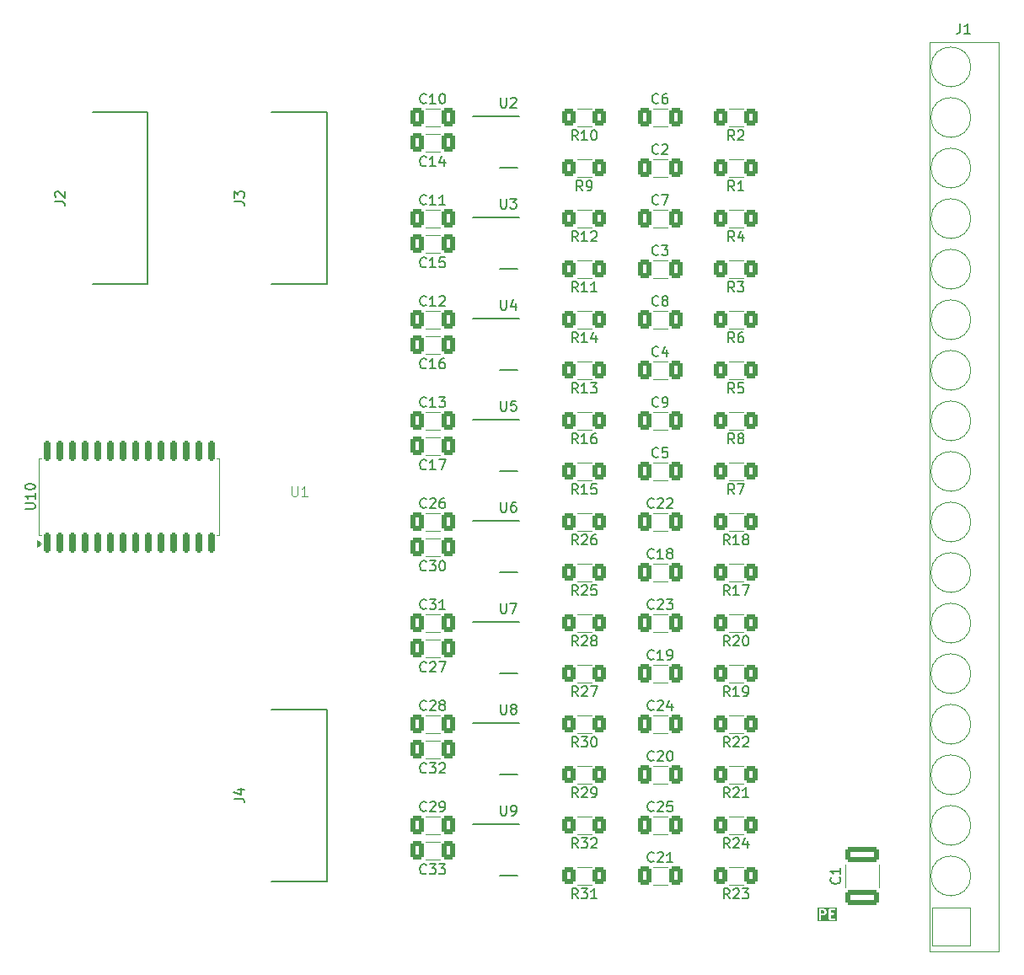
<source format=gbr>
%TF.GenerationSoftware,KiCad,Pcbnew,8.0.6-8.0.6-0~ubuntu24.04.1*%
%TF.CreationDate,2024-12-11T22:00:59+03:00*%
%TF.ProjectId,PM-DI16-DC24sink,504d2d44-4931-4362-9d44-43323473696e,rev?*%
%TF.SameCoordinates,Original*%
%TF.FileFunction,Legend,Top*%
%TF.FilePolarity,Positive*%
%FSLAX46Y46*%
G04 Gerber Fmt 4.6, Leading zero omitted, Abs format (unit mm)*
G04 Created by KiCad (PCBNEW 8.0.6-8.0.6-0~ubuntu24.04.1) date 2024-12-11 22:00:59*
%MOMM*%
%LPD*%
G01*
G04 APERTURE LIST*
G04 Aperture macros list*
%AMRoundRect*
0 Rectangle with rounded corners*
0 $1 Rounding radius*
0 $2 $3 $4 $5 $6 $7 $8 $9 X,Y pos of 4 corners*
0 Add a 4 corners polygon primitive as box body*
4,1,4,$2,$3,$4,$5,$6,$7,$8,$9,$2,$3,0*
0 Add four circle primitives for the rounded corners*
1,1,$1+$1,$2,$3*
1,1,$1+$1,$4,$5*
1,1,$1+$1,$6,$7*
1,1,$1+$1,$8,$9*
0 Add four rect primitives between the rounded corners*
20,1,$1+$1,$2,$3,$4,$5,0*
20,1,$1+$1,$4,$5,$6,$7,0*
20,1,$1+$1,$6,$7,$8,$9,0*
20,1,$1+$1,$8,$9,$2,$3,0*%
G04 Aperture macros list end*
%ADD10C,0.200000*%
%ADD11C,0.100000*%
%ADD12C,0.150000*%
%ADD13C,0.120000*%
%ADD14C,0.152400*%
%ADD15RoundRect,0.250000X0.400000X0.625000X-0.400000X0.625000X-0.400000X-0.625000X0.400000X-0.625000X0*%
%ADD16RoundRect,0.250000X-0.412500X-0.650000X0.412500X-0.650000X0.412500X0.650000X-0.412500X0.650000X0*%
%ADD17O,1.649999X0.399999*%
%ADD18R,1.803400X0.635000*%
%ADD19R,2.997200X2.590800*%
%ADD20O,6.350000X6.350000*%
%ADD21R,3.500000X3.500000*%
%ADD22C,3.500000*%
%ADD23RoundRect,0.150000X0.150000X-0.875000X0.150000X0.875000X-0.150000X0.875000X-0.150000X-0.875000X0*%
%ADD24RoundRect,0.250000X1.450000X-0.537500X1.450000X0.537500X-1.450000X0.537500X-1.450000X-0.537500X0*%
G04 APERTURE END LIST*
D10*
G36*
X31702668Y-41582024D02*
G01*
X31727337Y-41606692D01*
X31757142Y-41666302D01*
X31757142Y-41761945D01*
X31727337Y-41821554D01*
X31702668Y-41846222D01*
X31643059Y-41876028D01*
X31385714Y-41876028D01*
X31385714Y-41552219D01*
X31643059Y-41552219D01*
X31702668Y-41582024D01*
G37*
G36*
X32971094Y-42663330D02*
G01*
X31074603Y-42663330D01*
X31074603Y-41452219D01*
X31185714Y-41452219D01*
X31185714Y-42452219D01*
X31187635Y-42471728D01*
X31202567Y-42507776D01*
X31230157Y-42535366D01*
X31266205Y-42550298D01*
X31305223Y-42550298D01*
X31341271Y-42535366D01*
X31368861Y-42507776D01*
X31383793Y-42471728D01*
X31385714Y-42452219D01*
X31385714Y-42076028D01*
X31666666Y-42076028D01*
X31686175Y-42074107D01*
X31689495Y-42072731D01*
X31693079Y-42072477D01*
X31711387Y-42065471D01*
X31806625Y-42017852D01*
X31815021Y-42012566D01*
X31817461Y-42011556D01*
X31820207Y-42009302D01*
X31823215Y-42007409D01*
X31824944Y-42005414D01*
X31832615Y-41999120D01*
X31880233Y-41951501D01*
X31886525Y-41943834D01*
X31888523Y-41942102D01*
X31890416Y-41939093D01*
X31892670Y-41936348D01*
X31893680Y-41933907D01*
X31898966Y-41925511D01*
X31946585Y-41830274D01*
X31953591Y-41811965D01*
X31953845Y-41808381D01*
X31955221Y-41805061D01*
X31957142Y-41785552D01*
X31957142Y-41642695D01*
X31955221Y-41623186D01*
X31953845Y-41619865D01*
X31953591Y-41616282D01*
X31946585Y-41597973D01*
X31898966Y-41502736D01*
X31893680Y-41494339D01*
X31892670Y-41491899D01*
X31890416Y-41489153D01*
X31888523Y-41486145D01*
X31886525Y-41484412D01*
X31880233Y-41476746D01*
X31855707Y-41452219D01*
X32185714Y-41452219D01*
X32185714Y-42452219D01*
X32187635Y-42471728D01*
X32202567Y-42507776D01*
X32230157Y-42535366D01*
X32266205Y-42550298D01*
X32285714Y-42552219D01*
X32761904Y-42552219D01*
X32781413Y-42550298D01*
X32817461Y-42535366D01*
X32845051Y-42507776D01*
X32859983Y-42471728D01*
X32859983Y-42432710D01*
X32845051Y-42396662D01*
X32817461Y-42369072D01*
X32781413Y-42354140D01*
X32761904Y-42352219D01*
X32385714Y-42352219D01*
X32385714Y-42028409D01*
X32619047Y-42028409D01*
X32638556Y-42026488D01*
X32674604Y-42011556D01*
X32702194Y-41983966D01*
X32717126Y-41947918D01*
X32717126Y-41908900D01*
X32702194Y-41872852D01*
X32674604Y-41845262D01*
X32638556Y-41830330D01*
X32619047Y-41828409D01*
X32385714Y-41828409D01*
X32385714Y-41552219D01*
X32761904Y-41552219D01*
X32781413Y-41550298D01*
X32817461Y-41535366D01*
X32845051Y-41507776D01*
X32859983Y-41471728D01*
X32859983Y-41432710D01*
X32845051Y-41396662D01*
X32817461Y-41369072D01*
X32781413Y-41354140D01*
X32761904Y-41352219D01*
X32285714Y-41352219D01*
X32266205Y-41354140D01*
X32230157Y-41369072D01*
X32202567Y-41396662D01*
X32187635Y-41432710D01*
X32185714Y-41452219D01*
X31855707Y-41452219D01*
X31832615Y-41429127D01*
X31824944Y-41422832D01*
X31823215Y-41420838D01*
X31820207Y-41418944D01*
X31817461Y-41416691D01*
X31815021Y-41415680D01*
X31806625Y-41410395D01*
X31711387Y-41362776D01*
X31693079Y-41355770D01*
X31689495Y-41355515D01*
X31686175Y-41354140D01*
X31666666Y-41352219D01*
X31285714Y-41352219D01*
X31266205Y-41354140D01*
X31230157Y-41369072D01*
X31202567Y-41396662D01*
X31187635Y-41432710D01*
X31185714Y-41452219D01*
X31074603Y-41452219D01*
X31074603Y-41241108D01*
X32971094Y-41241108D01*
X32971094Y-42663330D01*
G37*
D11*
X-21761905Y1042581D02*
X-21761905Y233058D01*
X-21761905Y233058D02*
X-21714286Y137820D01*
X-21714286Y137820D02*
X-21666667Y90200D01*
X-21666667Y90200D02*
X-21571429Y42581D01*
X-21571429Y42581D02*
X-21380953Y42581D01*
X-21380953Y42581D02*
X-21285715Y90200D01*
X-21285715Y90200D02*
X-21238096Y137820D01*
X-21238096Y137820D02*
X-21190477Y233058D01*
X-21190477Y233058D02*
X-21190477Y1042581D01*
X-20190477Y42581D02*
X-20761905Y42581D01*
X-20476191Y42581D02*
X-20476191Y1042581D01*
X-20476191Y1042581D02*
X-20571429Y899724D01*
X-20571429Y899724D02*
X-20666667Y804486D01*
X-20666667Y804486D02*
X-20761905Y756867D01*
D12*
X7453333Y30745181D02*
X7120000Y31221372D01*
X6881905Y30745181D02*
X6881905Y31745181D01*
X6881905Y31745181D02*
X7262857Y31745181D01*
X7262857Y31745181D02*
X7358095Y31697562D01*
X7358095Y31697562D02*
X7405714Y31649943D01*
X7405714Y31649943D02*
X7453333Y31554705D01*
X7453333Y31554705D02*
X7453333Y31411848D01*
X7453333Y31411848D02*
X7405714Y31316610D01*
X7405714Y31316610D02*
X7358095Y31268991D01*
X7358095Y31268991D02*
X7262857Y31221372D01*
X7262857Y31221372D02*
X6881905Y31221372D01*
X7929524Y30745181D02*
X8120000Y30745181D01*
X8120000Y30745181D02*
X8215238Y30792800D01*
X8215238Y30792800D02*
X8262857Y30840420D01*
X8262857Y30840420D02*
X8358095Y30983277D01*
X8358095Y30983277D02*
X8405714Y31173753D01*
X8405714Y31173753D02*
X8405714Y31554705D01*
X8405714Y31554705D02*
X8358095Y31649943D01*
X8358095Y31649943D02*
X8310476Y31697562D01*
X8310476Y31697562D02*
X8215238Y31745181D01*
X8215238Y31745181D02*
X8024762Y31745181D01*
X8024762Y31745181D02*
X7929524Y31697562D01*
X7929524Y31697562D02*
X7881905Y31649943D01*
X7881905Y31649943D02*
X7834286Y31554705D01*
X7834286Y31554705D02*
X7834286Y31316610D01*
X7834286Y31316610D02*
X7881905Y31221372D01*
X7881905Y31221372D02*
X7929524Y31173753D01*
X7929524Y31173753D02*
X8024762Y31126134D01*
X8024762Y31126134D02*
X8215238Y31126134D01*
X8215238Y31126134D02*
X8310476Y31173753D01*
X8310476Y31173753D02*
X8358095Y31221372D01*
X8358095Y31221372D02*
X8405714Y31316610D01*
X-8262858Y19270420D02*
X-8310477Y19222800D01*
X-8310477Y19222800D02*
X-8453334Y19175181D01*
X-8453334Y19175181D02*
X-8548572Y19175181D01*
X-8548572Y19175181D02*
X-8691429Y19222800D01*
X-8691429Y19222800D02*
X-8786667Y19318039D01*
X-8786667Y19318039D02*
X-8834286Y19413277D01*
X-8834286Y19413277D02*
X-8881905Y19603753D01*
X-8881905Y19603753D02*
X-8881905Y19746610D01*
X-8881905Y19746610D02*
X-8834286Y19937086D01*
X-8834286Y19937086D02*
X-8786667Y20032324D01*
X-8786667Y20032324D02*
X-8691429Y20127562D01*
X-8691429Y20127562D02*
X-8548572Y20175181D01*
X-8548572Y20175181D02*
X-8453334Y20175181D01*
X-8453334Y20175181D02*
X-8310477Y20127562D01*
X-8310477Y20127562D02*
X-8262858Y20079943D01*
X-7310477Y19175181D02*
X-7881905Y19175181D01*
X-7596191Y19175181D02*
X-7596191Y20175181D01*
X-7596191Y20175181D02*
X-7691429Y20032324D01*
X-7691429Y20032324D02*
X-7786667Y19937086D01*
X-7786667Y19937086D02*
X-7881905Y19889467D01*
X-6929524Y20079943D02*
X-6881905Y20127562D01*
X-6881905Y20127562D02*
X-6786667Y20175181D01*
X-6786667Y20175181D02*
X-6548572Y20175181D01*
X-6548572Y20175181D02*
X-6453334Y20127562D01*
X-6453334Y20127562D02*
X-6405715Y20079943D01*
X-6405715Y20079943D02*
X-6358096Y19984705D01*
X-6358096Y19984705D02*
X-6358096Y19889467D01*
X-6358096Y19889467D02*
X-6405715Y19746610D01*
X-6405715Y19746610D02*
X-6977143Y19175181D01*
X-6977143Y19175181D02*
X-6358096Y19175181D01*
X-761905Y19785181D02*
X-761905Y18975658D01*
X-761905Y18975658D02*
X-714286Y18880420D01*
X-714286Y18880420D02*
X-666667Y18832800D01*
X-666667Y18832800D02*
X-571429Y18785181D01*
X-571429Y18785181D02*
X-380953Y18785181D01*
X-380953Y18785181D02*
X-285715Y18832800D01*
X-285715Y18832800D02*
X-238096Y18880420D01*
X-238096Y18880420D02*
X-190477Y18975658D01*
X-190477Y18975658D02*
X-190477Y19785181D01*
X714285Y19451848D02*
X714285Y18785181D01*
X476190Y19832800D02*
X238095Y19118515D01*
X238095Y19118515D02*
X857142Y19118515D01*
X14597142Y-6129580D02*
X14549523Y-6177200D01*
X14549523Y-6177200D02*
X14406666Y-6224819D01*
X14406666Y-6224819D02*
X14311428Y-6224819D01*
X14311428Y-6224819D02*
X14168571Y-6177200D01*
X14168571Y-6177200D02*
X14073333Y-6081961D01*
X14073333Y-6081961D02*
X14025714Y-5986723D01*
X14025714Y-5986723D02*
X13978095Y-5796247D01*
X13978095Y-5796247D02*
X13978095Y-5653390D01*
X13978095Y-5653390D02*
X14025714Y-5462914D01*
X14025714Y-5462914D02*
X14073333Y-5367676D01*
X14073333Y-5367676D02*
X14168571Y-5272438D01*
X14168571Y-5272438D02*
X14311428Y-5224819D01*
X14311428Y-5224819D02*
X14406666Y-5224819D01*
X14406666Y-5224819D02*
X14549523Y-5272438D01*
X14549523Y-5272438D02*
X14597142Y-5320057D01*
X15549523Y-6224819D02*
X14978095Y-6224819D01*
X15263809Y-6224819D02*
X15263809Y-5224819D01*
X15263809Y-5224819D02*
X15168571Y-5367676D01*
X15168571Y-5367676D02*
X15073333Y-5462914D01*
X15073333Y-5462914D02*
X14978095Y-5510533D01*
X16120952Y-5653390D02*
X16025714Y-5605771D01*
X16025714Y-5605771D02*
X15978095Y-5558152D01*
X15978095Y-5558152D02*
X15930476Y-5462914D01*
X15930476Y-5462914D02*
X15930476Y-5415295D01*
X15930476Y-5415295D02*
X15978095Y-5320057D01*
X15978095Y-5320057D02*
X16025714Y-5272438D01*
X16025714Y-5272438D02*
X16120952Y-5224819D01*
X16120952Y-5224819D02*
X16311428Y-5224819D01*
X16311428Y-5224819D02*
X16406666Y-5272438D01*
X16406666Y-5272438D02*
X16454285Y-5320057D01*
X16454285Y-5320057D02*
X16501904Y-5415295D01*
X16501904Y-5415295D02*
X16501904Y-5462914D01*
X16501904Y-5462914D02*
X16454285Y-5558152D01*
X16454285Y-5558152D02*
X16406666Y-5605771D01*
X16406666Y-5605771D02*
X16311428Y-5653390D01*
X16311428Y-5653390D02*
X16120952Y-5653390D01*
X16120952Y-5653390D02*
X16025714Y-5701009D01*
X16025714Y-5701009D02*
X15978095Y-5748628D01*
X15978095Y-5748628D02*
X15930476Y-5843866D01*
X15930476Y-5843866D02*
X15930476Y-6034342D01*
X15930476Y-6034342D02*
X15978095Y-6129580D01*
X15978095Y-6129580D02*
X16025714Y-6177200D01*
X16025714Y-6177200D02*
X16120952Y-6224819D01*
X16120952Y-6224819D02*
X16311428Y-6224819D01*
X16311428Y-6224819D02*
X16406666Y-6177200D01*
X16406666Y-6177200D02*
X16454285Y-6129580D01*
X16454285Y-6129580D02*
X16501904Y-6034342D01*
X16501904Y-6034342D02*
X16501904Y-5843866D01*
X16501904Y-5843866D02*
X16454285Y-5748628D01*
X16454285Y-5748628D02*
X16406666Y-5701009D01*
X16406666Y-5701009D02*
X16311428Y-5653390D01*
X6977142Y-14974819D02*
X6643809Y-14498628D01*
X6405714Y-14974819D02*
X6405714Y-13974819D01*
X6405714Y-13974819D02*
X6786666Y-13974819D01*
X6786666Y-13974819D02*
X6881904Y-14022438D01*
X6881904Y-14022438D02*
X6929523Y-14070057D01*
X6929523Y-14070057D02*
X6977142Y-14165295D01*
X6977142Y-14165295D02*
X6977142Y-14308152D01*
X6977142Y-14308152D02*
X6929523Y-14403390D01*
X6929523Y-14403390D02*
X6881904Y-14451009D01*
X6881904Y-14451009D02*
X6786666Y-14498628D01*
X6786666Y-14498628D02*
X6405714Y-14498628D01*
X7358095Y-14070057D02*
X7405714Y-14022438D01*
X7405714Y-14022438D02*
X7500952Y-13974819D01*
X7500952Y-13974819D02*
X7739047Y-13974819D01*
X7739047Y-13974819D02*
X7834285Y-14022438D01*
X7834285Y-14022438D02*
X7881904Y-14070057D01*
X7881904Y-14070057D02*
X7929523Y-14165295D01*
X7929523Y-14165295D02*
X7929523Y-14260533D01*
X7929523Y-14260533D02*
X7881904Y-14403390D01*
X7881904Y-14403390D02*
X7310476Y-14974819D01*
X7310476Y-14974819D02*
X7929523Y-14974819D01*
X8500952Y-14403390D02*
X8405714Y-14355771D01*
X8405714Y-14355771D02*
X8358095Y-14308152D01*
X8358095Y-14308152D02*
X8310476Y-14212914D01*
X8310476Y-14212914D02*
X8310476Y-14165295D01*
X8310476Y-14165295D02*
X8358095Y-14070057D01*
X8358095Y-14070057D02*
X8405714Y-14022438D01*
X8405714Y-14022438D02*
X8500952Y-13974819D01*
X8500952Y-13974819D02*
X8691428Y-13974819D01*
X8691428Y-13974819D02*
X8786666Y-14022438D01*
X8786666Y-14022438D02*
X8834285Y-14070057D01*
X8834285Y-14070057D02*
X8881904Y-14165295D01*
X8881904Y-14165295D02*
X8881904Y-14212914D01*
X8881904Y-14212914D02*
X8834285Y-14308152D01*
X8834285Y-14308152D02*
X8786666Y-14355771D01*
X8786666Y-14355771D02*
X8691428Y-14403390D01*
X8691428Y-14403390D02*
X8500952Y-14403390D01*
X8500952Y-14403390D02*
X8405714Y-14451009D01*
X8405714Y-14451009D02*
X8358095Y-14498628D01*
X8358095Y-14498628D02*
X8310476Y-14593866D01*
X8310476Y-14593866D02*
X8310476Y-14784342D01*
X8310476Y-14784342D02*
X8358095Y-14879580D01*
X8358095Y-14879580D02*
X8405714Y-14927200D01*
X8405714Y-14927200D02*
X8500952Y-14974819D01*
X8500952Y-14974819D02*
X8691428Y-14974819D01*
X8691428Y-14974819D02*
X8786666Y-14927200D01*
X8786666Y-14927200D02*
X8834285Y-14879580D01*
X8834285Y-14879580D02*
X8881904Y-14784342D01*
X8881904Y-14784342D02*
X8881904Y-14593866D01*
X8881904Y-14593866D02*
X8834285Y-14498628D01*
X8834285Y-14498628D02*
X8786666Y-14451009D01*
X8786666Y-14451009D02*
X8691428Y-14403390D01*
X22693333Y20585181D02*
X22360000Y21061372D01*
X22121905Y20585181D02*
X22121905Y21585181D01*
X22121905Y21585181D02*
X22502857Y21585181D01*
X22502857Y21585181D02*
X22598095Y21537562D01*
X22598095Y21537562D02*
X22645714Y21489943D01*
X22645714Y21489943D02*
X22693333Y21394705D01*
X22693333Y21394705D02*
X22693333Y21251848D01*
X22693333Y21251848D02*
X22645714Y21156610D01*
X22645714Y21156610D02*
X22598095Y21108991D01*
X22598095Y21108991D02*
X22502857Y21061372D01*
X22502857Y21061372D02*
X22121905Y21061372D01*
X23026667Y21585181D02*
X23645714Y21585181D01*
X23645714Y21585181D02*
X23312381Y21204229D01*
X23312381Y21204229D02*
X23455238Y21204229D01*
X23455238Y21204229D02*
X23550476Y21156610D01*
X23550476Y21156610D02*
X23598095Y21108991D01*
X23598095Y21108991D02*
X23645714Y21013753D01*
X23645714Y21013753D02*
X23645714Y20775658D01*
X23645714Y20775658D02*
X23598095Y20680420D01*
X23598095Y20680420D02*
X23550476Y20632800D01*
X23550476Y20632800D02*
X23455238Y20585181D01*
X23455238Y20585181D02*
X23169524Y20585181D01*
X23169524Y20585181D02*
X23074286Y20632800D01*
X23074286Y20632800D02*
X23026667Y20680420D01*
X15073333Y24350420D02*
X15025714Y24302800D01*
X15025714Y24302800D02*
X14882857Y24255181D01*
X14882857Y24255181D02*
X14787619Y24255181D01*
X14787619Y24255181D02*
X14644762Y24302800D01*
X14644762Y24302800D02*
X14549524Y24398039D01*
X14549524Y24398039D02*
X14501905Y24493277D01*
X14501905Y24493277D02*
X14454286Y24683753D01*
X14454286Y24683753D02*
X14454286Y24826610D01*
X14454286Y24826610D02*
X14501905Y25017086D01*
X14501905Y25017086D02*
X14549524Y25112324D01*
X14549524Y25112324D02*
X14644762Y25207562D01*
X14644762Y25207562D02*
X14787619Y25255181D01*
X14787619Y25255181D02*
X14882857Y25255181D01*
X14882857Y25255181D02*
X15025714Y25207562D01*
X15025714Y25207562D02*
X15073333Y25159943D01*
X15406667Y25255181D02*
X16025714Y25255181D01*
X16025714Y25255181D02*
X15692381Y24874229D01*
X15692381Y24874229D02*
X15835238Y24874229D01*
X15835238Y24874229D02*
X15930476Y24826610D01*
X15930476Y24826610D02*
X15978095Y24778991D01*
X15978095Y24778991D02*
X16025714Y24683753D01*
X16025714Y24683753D02*
X16025714Y24445658D01*
X16025714Y24445658D02*
X15978095Y24350420D01*
X15978095Y24350420D02*
X15930476Y24302800D01*
X15930476Y24302800D02*
X15835238Y24255181D01*
X15835238Y24255181D02*
X15549524Y24255181D01*
X15549524Y24255181D02*
X15454286Y24302800D01*
X15454286Y24302800D02*
X15406667Y24350420D01*
X22217142Y-35294819D02*
X21883809Y-34818628D01*
X21645714Y-35294819D02*
X21645714Y-34294819D01*
X21645714Y-34294819D02*
X22026666Y-34294819D01*
X22026666Y-34294819D02*
X22121904Y-34342438D01*
X22121904Y-34342438D02*
X22169523Y-34390057D01*
X22169523Y-34390057D02*
X22217142Y-34485295D01*
X22217142Y-34485295D02*
X22217142Y-34628152D01*
X22217142Y-34628152D02*
X22169523Y-34723390D01*
X22169523Y-34723390D02*
X22121904Y-34771009D01*
X22121904Y-34771009D02*
X22026666Y-34818628D01*
X22026666Y-34818628D02*
X21645714Y-34818628D01*
X22598095Y-34390057D02*
X22645714Y-34342438D01*
X22645714Y-34342438D02*
X22740952Y-34294819D01*
X22740952Y-34294819D02*
X22979047Y-34294819D01*
X22979047Y-34294819D02*
X23074285Y-34342438D01*
X23074285Y-34342438D02*
X23121904Y-34390057D01*
X23121904Y-34390057D02*
X23169523Y-34485295D01*
X23169523Y-34485295D02*
X23169523Y-34580533D01*
X23169523Y-34580533D02*
X23121904Y-34723390D01*
X23121904Y-34723390D02*
X22550476Y-35294819D01*
X22550476Y-35294819D02*
X23169523Y-35294819D01*
X24026666Y-34628152D02*
X24026666Y-35294819D01*
X23788571Y-34247200D02*
X23550476Y-34961485D01*
X23550476Y-34961485D02*
X24169523Y-34961485D01*
X15073333Y29430420D02*
X15025714Y29382800D01*
X15025714Y29382800D02*
X14882857Y29335181D01*
X14882857Y29335181D02*
X14787619Y29335181D01*
X14787619Y29335181D02*
X14644762Y29382800D01*
X14644762Y29382800D02*
X14549524Y29478039D01*
X14549524Y29478039D02*
X14501905Y29573277D01*
X14501905Y29573277D02*
X14454286Y29763753D01*
X14454286Y29763753D02*
X14454286Y29906610D01*
X14454286Y29906610D02*
X14501905Y30097086D01*
X14501905Y30097086D02*
X14549524Y30192324D01*
X14549524Y30192324D02*
X14644762Y30287562D01*
X14644762Y30287562D02*
X14787619Y30335181D01*
X14787619Y30335181D02*
X14882857Y30335181D01*
X14882857Y30335181D02*
X15025714Y30287562D01*
X15025714Y30287562D02*
X15073333Y30239943D01*
X15406667Y30335181D02*
X16073333Y30335181D01*
X16073333Y30335181D02*
X15644762Y29335181D01*
X22693333Y10425181D02*
X22360000Y10901372D01*
X22121905Y10425181D02*
X22121905Y11425181D01*
X22121905Y11425181D02*
X22502857Y11425181D01*
X22502857Y11425181D02*
X22598095Y11377562D01*
X22598095Y11377562D02*
X22645714Y11329943D01*
X22645714Y11329943D02*
X22693333Y11234705D01*
X22693333Y11234705D02*
X22693333Y11091848D01*
X22693333Y11091848D02*
X22645714Y10996610D01*
X22645714Y10996610D02*
X22598095Y10948991D01*
X22598095Y10948991D02*
X22502857Y10901372D01*
X22502857Y10901372D02*
X22121905Y10901372D01*
X23598095Y11425181D02*
X23121905Y11425181D01*
X23121905Y11425181D02*
X23074286Y10948991D01*
X23074286Y10948991D02*
X23121905Y10996610D01*
X23121905Y10996610D02*
X23217143Y11044229D01*
X23217143Y11044229D02*
X23455238Y11044229D01*
X23455238Y11044229D02*
X23550476Y10996610D01*
X23550476Y10996610D02*
X23598095Y10948991D01*
X23598095Y10948991D02*
X23645714Y10853753D01*
X23645714Y10853753D02*
X23645714Y10615658D01*
X23645714Y10615658D02*
X23598095Y10520420D01*
X23598095Y10520420D02*
X23550476Y10472800D01*
X23550476Y10472800D02*
X23455238Y10425181D01*
X23455238Y10425181D02*
X23217143Y10425181D01*
X23217143Y10425181D02*
X23121905Y10472800D01*
X23121905Y10472800D02*
X23074286Y10520420D01*
X-8262858Y-31529580D02*
X-8310477Y-31577200D01*
X-8310477Y-31577200D02*
X-8453334Y-31624819D01*
X-8453334Y-31624819D02*
X-8548572Y-31624819D01*
X-8548572Y-31624819D02*
X-8691429Y-31577200D01*
X-8691429Y-31577200D02*
X-8786667Y-31481961D01*
X-8786667Y-31481961D02*
X-8834286Y-31386723D01*
X-8834286Y-31386723D02*
X-8881905Y-31196247D01*
X-8881905Y-31196247D02*
X-8881905Y-31053390D01*
X-8881905Y-31053390D02*
X-8834286Y-30862914D01*
X-8834286Y-30862914D02*
X-8786667Y-30767676D01*
X-8786667Y-30767676D02*
X-8691429Y-30672438D01*
X-8691429Y-30672438D02*
X-8548572Y-30624819D01*
X-8548572Y-30624819D02*
X-8453334Y-30624819D01*
X-8453334Y-30624819D02*
X-8310477Y-30672438D01*
X-8310477Y-30672438D02*
X-8262858Y-30720057D01*
X-7881905Y-30720057D02*
X-7834286Y-30672438D01*
X-7834286Y-30672438D02*
X-7739048Y-30624819D01*
X-7739048Y-30624819D02*
X-7500953Y-30624819D01*
X-7500953Y-30624819D02*
X-7405715Y-30672438D01*
X-7405715Y-30672438D02*
X-7358096Y-30720057D01*
X-7358096Y-30720057D02*
X-7310477Y-30815295D01*
X-7310477Y-30815295D02*
X-7310477Y-30910533D01*
X-7310477Y-30910533D02*
X-7358096Y-31053390D01*
X-7358096Y-31053390D02*
X-7929524Y-31624819D01*
X-7929524Y-31624819D02*
X-7310477Y-31624819D01*
X-6834286Y-31624819D02*
X-6643810Y-31624819D01*
X-6643810Y-31624819D02*
X-6548572Y-31577200D01*
X-6548572Y-31577200D02*
X-6500953Y-31529580D01*
X-6500953Y-31529580D02*
X-6405715Y-31386723D01*
X-6405715Y-31386723D02*
X-6358096Y-31196247D01*
X-6358096Y-31196247D02*
X-6358096Y-30815295D01*
X-6358096Y-30815295D02*
X-6405715Y-30720057D01*
X-6405715Y-30720057D02*
X-6453334Y-30672438D01*
X-6453334Y-30672438D02*
X-6548572Y-30624819D01*
X-6548572Y-30624819D02*
X-6739048Y-30624819D01*
X-6739048Y-30624819D02*
X-6834286Y-30672438D01*
X-6834286Y-30672438D02*
X-6881905Y-30720057D01*
X-6881905Y-30720057D02*
X-6929524Y-30815295D01*
X-6929524Y-30815295D02*
X-6929524Y-31053390D01*
X-6929524Y-31053390D02*
X-6881905Y-31148628D01*
X-6881905Y-31148628D02*
X-6834286Y-31196247D01*
X-6834286Y-31196247D02*
X-6739048Y-31243866D01*
X-6739048Y-31243866D02*
X-6548572Y-31243866D01*
X-6548572Y-31243866D02*
X-6453334Y-31196247D01*
X-6453334Y-31196247D02*
X-6405715Y-31148628D01*
X-6405715Y-31148628D02*
X-6358096Y-31053390D01*
X6977142Y-30214819D02*
X6643809Y-29738628D01*
X6405714Y-30214819D02*
X6405714Y-29214819D01*
X6405714Y-29214819D02*
X6786666Y-29214819D01*
X6786666Y-29214819D02*
X6881904Y-29262438D01*
X6881904Y-29262438D02*
X6929523Y-29310057D01*
X6929523Y-29310057D02*
X6977142Y-29405295D01*
X6977142Y-29405295D02*
X6977142Y-29548152D01*
X6977142Y-29548152D02*
X6929523Y-29643390D01*
X6929523Y-29643390D02*
X6881904Y-29691009D01*
X6881904Y-29691009D02*
X6786666Y-29738628D01*
X6786666Y-29738628D02*
X6405714Y-29738628D01*
X7358095Y-29310057D02*
X7405714Y-29262438D01*
X7405714Y-29262438D02*
X7500952Y-29214819D01*
X7500952Y-29214819D02*
X7739047Y-29214819D01*
X7739047Y-29214819D02*
X7834285Y-29262438D01*
X7834285Y-29262438D02*
X7881904Y-29310057D01*
X7881904Y-29310057D02*
X7929523Y-29405295D01*
X7929523Y-29405295D02*
X7929523Y-29500533D01*
X7929523Y-29500533D02*
X7881904Y-29643390D01*
X7881904Y-29643390D02*
X7310476Y-30214819D01*
X7310476Y-30214819D02*
X7929523Y-30214819D01*
X8405714Y-30214819D02*
X8596190Y-30214819D01*
X8596190Y-30214819D02*
X8691428Y-30167200D01*
X8691428Y-30167200D02*
X8739047Y-30119580D01*
X8739047Y-30119580D02*
X8834285Y-29976723D01*
X8834285Y-29976723D02*
X8881904Y-29786247D01*
X8881904Y-29786247D02*
X8881904Y-29405295D01*
X8881904Y-29405295D02*
X8834285Y-29310057D01*
X8834285Y-29310057D02*
X8786666Y-29262438D01*
X8786666Y-29262438D02*
X8691428Y-29214819D01*
X8691428Y-29214819D02*
X8500952Y-29214819D01*
X8500952Y-29214819D02*
X8405714Y-29262438D01*
X8405714Y-29262438D02*
X8358095Y-29310057D01*
X8358095Y-29310057D02*
X8310476Y-29405295D01*
X8310476Y-29405295D02*
X8310476Y-29643390D01*
X8310476Y-29643390D02*
X8358095Y-29738628D01*
X8358095Y-29738628D02*
X8405714Y-29786247D01*
X8405714Y-29786247D02*
X8500952Y-29833866D01*
X8500952Y-29833866D02*
X8691428Y-29833866D01*
X8691428Y-29833866D02*
X8786666Y-29786247D01*
X8786666Y-29786247D02*
X8834285Y-29738628D01*
X8834285Y-29738628D02*
X8881904Y-29643390D01*
X22693333Y5345181D02*
X22360000Y5821372D01*
X22121905Y5345181D02*
X22121905Y6345181D01*
X22121905Y6345181D02*
X22502857Y6345181D01*
X22502857Y6345181D02*
X22598095Y6297562D01*
X22598095Y6297562D02*
X22645714Y6249943D01*
X22645714Y6249943D02*
X22693333Y6154705D01*
X22693333Y6154705D02*
X22693333Y6011848D01*
X22693333Y6011848D02*
X22645714Y5916610D01*
X22645714Y5916610D02*
X22598095Y5868991D01*
X22598095Y5868991D02*
X22502857Y5821372D01*
X22502857Y5821372D02*
X22121905Y5821372D01*
X23264762Y5916610D02*
X23169524Y5964229D01*
X23169524Y5964229D02*
X23121905Y6011848D01*
X23121905Y6011848D02*
X23074286Y6107086D01*
X23074286Y6107086D02*
X23074286Y6154705D01*
X23074286Y6154705D02*
X23121905Y6249943D01*
X23121905Y6249943D02*
X23169524Y6297562D01*
X23169524Y6297562D02*
X23264762Y6345181D01*
X23264762Y6345181D02*
X23455238Y6345181D01*
X23455238Y6345181D02*
X23550476Y6297562D01*
X23550476Y6297562D02*
X23598095Y6249943D01*
X23598095Y6249943D02*
X23645714Y6154705D01*
X23645714Y6154705D02*
X23645714Y6107086D01*
X23645714Y6107086D02*
X23598095Y6011848D01*
X23598095Y6011848D02*
X23550476Y5964229D01*
X23550476Y5964229D02*
X23455238Y5916610D01*
X23455238Y5916610D02*
X23264762Y5916610D01*
X23264762Y5916610D02*
X23169524Y5868991D01*
X23169524Y5868991D02*
X23121905Y5821372D01*
X23121905Y5821372D02*
X23074286Y5726134D01*
X23074286Y5726134D02*
X23074286Y5535658D01*
X23074286Y5535658D02*
X23121905Y5440420D01*
X23121905Y5440420D02*
X23169524Y5392800D01*
X23169524Y5392800D02*
X23264762Y5345181D01*
X23264762Y5345181D02*
X23455238Y5345181D01*
X23455238Y5345181D02*
X23550476Y5392800D01*
X23550476Y5392800D02*
X23598095Y5440420D01*
X23598095Y5440420D02*
X23645714Y5535658D01*
X23645714Y5535658D02*
X23645714Y5726134D01*
X23645714Y5726134D02*
X23598095Y5821372D01*
X23598095Y5821372D02*
X23550476Y5868991D01*
X23550476Y5868991D02*
X23455238Y5916610D01*
X14597142Y-1049580D02*
X14549523Y-1097200D01*
X14549523Y-1097200D02*
X14406666Y-1144819D01*
X14406666Y-1144819D02*
X14311428Y-1144819D01*
X14311428Y-1144819D02*
X14168571Y-1097200D01*
X14168571Y-1097200D02*
X14073333Y-1001961D01*
X14073333Y-1001961D02*
X14025714Y-906723D01*
X14025714Y-906723D02*
X13978095Y-716247D01*
X13978095Y-716247D02*
X13978095Y-573390D01*
X13978095Y-573390D02*
X14025714Y-382914D01*
X14025714Y-382914D02*
X14073333Y-287676D01*
X14073333Y-287676D02*
X14168571Y-192438D01*
X14168571Y-192438D02*
X14311428Y-144819D01*
X14311428Y-144819D02*
X14406666Y-144819D01*
X14406666Y-144819D02*
X14549523Y-192438D01*
X14549523Y-192438D02*
X14597142Y-240057D01*
X14978095Y-240057D02*
X15025714Y-192438D01*
X15025714Y-192438D02*
X15120952Y-144819D01*
X15120952Y-144819D02*
X15359047Y-144819D01*
X15359047Y-144819D02*
X15454285Y-192438D01*
X15454285Y-192438D02*
X15501904Y-240057D01*
X15501904Y-240057D02*
X15549523Y-335295D01*
X15549523Y-335295D02*
X15549523Y-430533D01*
X15549523Y-430533D02*
X15501904Y-573390D01*
X15501904Y-573390D02*
X14930476Y-1144819D01*
X14930476Y-1144819D02*
X15549523Y-1144819D01*
X15930476Y-240057D02*
X15978095Y-192438D01*
X15978095Y-192438D02*
X16073333Y-144819D01*
X16073333Y-144819D02*
X16311428Y-144819D01*
X16311428Y-144819D02*
X16406666Y-192438D01*
X16406666Y-192438D02*
X16454285Y-240057D01*
X16454285Y-240057D02*
X16501904Y-335295D01*
X16501904Y-335295D02*
X16501904Y-430533D01*
X16501904Y-430533D02*
X16454285Y-573390D01*
X16454285Y-573390D02*
X15882857Y-1144819D01*
X15882857Y-1144819D02*
X16501904Y-1144819D01*
X-8262858Y-21369580D02*
X-8310477Y-21417200D01*
X-8310477Y-21417200D02*
X-8453334Y-21464819D01*
X-8453334Y-21464819D02*
X-8548572Y-21464819D01*
X-8548572Y-21464819D02*
X-8691429Y-21417200D01*
X-8691429Y-21417200D02*
X-8786667Y-21321961D01*
X-8786667Y-21321961D02*
X-8834286Y-21226723D01*
X-8834286Y-21226723D02*
X-8881905Y-21036247D01*
X-8881905Y-21036247D02*
X-8881905Y-20893390D01*
X-8881905Y-20893390D02*
X-8834286Y-20702914D01*
X-8834286Y-20702914D02*
X-8786667Y-20607676D01*
X-8786667Y-20607676D02*
X-8691429Y-20512438D01*
X-8691429Y-20512438D02*
X-8548572Y-20464819D01*
X-8548572Y-20464819D02*
X-8453334Y-20464819D01*
X-8453334Y-20464819D02*
X-8310477Y-20512438D01*
X-8310477Y-20512438D02*
X-8262858Y-20560057D01*
X-7881905Y-20560057D02*
X-7834286Y-20512438D01*
X-7834286Y-20512438D02*
X-7739048Y-20464819D01*
X-7739048Y-20464819D02*
X-7500953Y-20464819D01*
X-7500953Y-20464819D02*
X-7405715Y-20512438D01*
X-7405715Y-20512438D02*
X-7358096Y-20560057D01*
X-7358096Y-20560057D02*
X-7310477Y-20655295D01*
X-7310477Y-20655295D02*
X-7310477Y-20750533D01*
X-7310477Y-20750533D02*
X-7358096Y-20893390D01*
X-7358096Y-20893390D02*
X-7929524Y-21464819D01*
X-7929524Y-21464819D02*
X-7310477Y-21464819D01*
X-6739048Y-20893390D02*
X-6834286Y-20845771D01*
X-6834286Y-20845771D02*
X-6881905Y-20798152D01*
X-6881905Y-20798152D02*
X-6929524Y-20702914D01*
X-6929524Y-20702914D02*
X-6929524Y-20655295D01*
X-6929524Y-20655295D02*
X-6881905Y-20560057D01*
X-6881905Y-20560057D02*
X-6834286Y-20512438D01*
X-6834286Y-20512438D02*
X-6739048Y-20464819D01*
X-6739048Y-20464819D02*
X-6548572Y-20464819D01*
X-6548572Y-20464819D02*
X-6453334Y-20512438D01*
X-6453334Y-20512438D02*
X-6405715Y-20560057D01*
X-6405715Y-20560057D02*
X-6358096Y-20655295D01*
X-6358096Y-20655295D02*
X-6358096Y-20702914D01*
X-6358096Y-20702914D02*
X-6405715Y-20798152D01*
X-6405715Y-20798152D02*
X-6453334Y-20845771D01*
X-6453334Y-20845771D02*
X-6548572Y-20893390D01*
X-6548572Y-20893390D02*
X-6739048Y-20893390D01*
X-6739048Y-20893390D02*
X-6834286Y-20941009D01*
X-6834286Y-20941009D02*
X-6881905Y-20988628D01*
X-6881905Y-20988628D02*
X-6929524Y-21083866D01*
X-6929524Y-21083866D02*
X-6929524Y-21274342D01*
X-6929524Y-21274342D02*
X-6881905Y-21369580D01*
X-6881905Y-21369580D02*
X-6834286Y-21417200D01*
X-6834286Y-21417200D02*
X-6739048Y-21464819D01*
X-6739048Y-21464819D02*
X-6548572Y-21464819D01*
X-6548572Y-21464819D02*
X-6453334Y-21417200D01*
X-6453334Y-21417200D02*
X-6405715Y-21369580D01*
X-6405715Y-21369580D02*
X-6358096Y-21274342D01*
X-6358096Y-21274342D02*
X-6358096Y-21083866D01*
X-6358096Y-21083866D02*
X-6405715Y-20988628D01*
X-6405715Y-20988628D02*
X-6453334Y-20941009D01*
X-6453334Y-20941009D02*
X-6548572Y-20893390D01*
X15073333Y4030420D02*
X15025714Y3982800D01*
X15025714Y3982800D02*
X14882857Y3935181D01*
X14882857Y3935181D02*
X14787619Y3935181D01*
X14787619Y3935181D02*
X14644762Y3982800D01*
X14644762Y3982800D02*
X14549524Y4078039D01*
X14549524Y4078039D02*
X14501905Y4173277D01*
X14501905Y4173277D02*
X14454286Y4363753D01*
X14454286Y4363753D02*
X14454286Y4506610D01*
X14454286Y4506610D02*
X14501905Y4697086D01*
X14501905Y4697086D02*
X14549524Y4792324D01*
X14549524Y4792324D02*
X14644762Y4887562D01*
X14644762Y4887562D02*
X14787619Y4935181D01*
X14787619Y4935181D02*
X14882857Y4935181D01*
X14882857Y4935181D02*
X15025714Y4887562D01*
X15025714Y4887562D02*
X15073333Y4839943D01*
X15978095Y4935181D02*
X15501905Y4935181D01*
X15501905Y4935181D02*
X15454286Y4458991D01*
X15454286Y4458991D02*
X15501905Y4506610D01*
X15501905Y4506610D02*
X15597143Y4554229D01*
X15597143Y4554229D02*
X15835238Y4554229D01*
X15835238Y4554229D02*
X15930476Y4506610D01*
X15930476Y4506610D02*
X15978095Y4458991D01*
X15978095Y4458991D02*
X16025714Y4363753D01*
X16025714Y4363753D02*
X16025714Y4125658D01*
X16025714Y4125658D02*
X15978095Y4030420D01*
X15978095Y4030420D02*
X15930476Y3982800D01*
X15930476Y3982800D02*
X15835238Y3935181D01*
X15835238Y3935181D02*
X15597143Y3935181D01*
X15597143Y3935181D02*
X15501905Y3982800D01*
X15501905Y3982800D02*
X15454286Y4030420D01*
X-8262858Y2815420D02*
X-8310477Y2767800D01*
X-8310477Y2767800D02*
X-8453334Y2720181D01*
X-8453334Y2720181D02*
X-8548572Y2720181D01*
X-8548572Y2720181D02*
X-8691429Y2767800D01*
X-8691429Y2767800D02*
X-8786667Y2863039D01*
X-8786667Y2863039D02*
X-8834286Y2958277D01*
X-8834286Y2958277D02*
X-8881905Y3148753D01*
X-8881905Y3148753D02*
X-8881905Y3291610D01*
X-8881905Y3291610D02*
X-8834286Y3482086D01*
X-8834286Y3482086D02*
X-8786667Y3577324D01*
X-8786667Y3577324D02*
X-8691429Y3672562D01*
X-8691429Y3672562D02*
X-8548572Y3720181D01*
X-8548572Y3720181D02*
X-8453334Y3720181D01*
X-8453334Y3720181D02*
X-8310477Y3672562D01*
X-8310477Y3672562D02*
X-8262858Y3624943D01*
X-7310477Y2720181D02*
X-7881905Y2720181D01*
X-7596191Y2720181D02*
X-7596191Y3720181D01*
X-7596191Y3720181D02*
X-7691429Y3577324D01*
X-7691429Y3577324D02*
X-7786667Y3482086D01*
X-7786667Y3482086D02*
X-7881905Y3434467D01*
X-6977143Y3720181D02*
X-6310477Y3720181D01*
X-6310477Y3720181D02*
X-6739048Y2720181D01*
X14597142Y-21369580D02*
X14549523Y-21417200D01*
X14549523Y-21417200D02*
X14406666Y-21464819D01*
X14406666Y-21464819D02*
X14311428Y-21464819D01*
X14311428Y-21464819D02*
X14168571Y-21417200D01*
X14168571Y-21417200D02*
X14073333Y-21321961D01*
X14073333Y-21321961D02*
X14025714Y-21226723D01*
X14025714Y-21226723D02*
X13978095Y-21036247D01*
X13978095Y-21036247D02*
X13978095Y-20893390D01*
X13978095Y-20893390D02*
X14025714Y-20702914D01*
X14025714Y-20702914D02*
X14073333Y-20607676D01*
X14073333Y-20607676D02*
X14168571Y-20512438D01*
X14168571Y-20512438D02*
X14311428Y-20464819D01*
X14311428Y-20464819D02*
X14406666Y-20464819D01*
X14406666Y-20464819D02*
X14549523Y-20512438D01*
X14549523Y-20512438D02*
X14597142Y-20560057D01*
X14978095Y-20560057D02*
X15025714Y-20512438D01*
X15025714Y-20512438D02*
X15120952Y-20464819D01*
X15120952Y-20464819D02*
X15359047Y-20464819D01*
X15359047Y-20464819D02*
X15454285Y-20512438D01*
X15454285Y-20512438D02*
X15501904Y-20560057D01*
X15501904Y-20560057D02*
X15549523Y-20655295D01*
X15549523Y-20655295D02*
X15549523Y-20750533D01*
X15549523Y-20750533D02*
X15501904Y-20893390D01*
X15501904Y-20893390D02*
X14930476Y-21464819D01*
X14930476Y-21464819D02*
X15549523Y-21464819D01*
X16406666Y-20798152D02*
X16406666Y-21464819D01*
X16168571Y-20417200D02*
X15930476Y-21131485D01*
X15930476Y-21131485D02*
X16549523Y-21131485D01*
X22217142Y-14974819D02*
X21883809Y-14498628D01*
X21645714Y-14974819D02*
X21645714Y-13974819D01*
X21645714Y-13974819D02*
X22026666Y-13974819D01*
X22026666Y-13974819D02*
X22121904Y-14022438D01*
X22121904Y-14022438D02*
X22169523Y-14070057D01*
X22169523Y-14070057D02*
X22217142Y-14165295D01*
X22217142Y-14165295D02*
X22217142Y-14308152D01*
X22217142Y-14308152D02*
X22169523Y-14403390D01*
X22169523Y-14403390D02*
X22121904Y-14451009D01*
X22121904Y-14451009D02*
X22026666Y-14498628D01*
X22026666Y-14498628D02*
X21645714Y-14498628D01*
X22598095Y-14070057D02*
X22645714Y-14022438D01*
X22645714Y-14022438D02*
X22740952Y-13974819D01*
X22740952Y-13974819D02*
X22979047Y-13974819D01*
X22979047Y-13974819D02*
X23074285Y-14022438D01*
X23074285Y-14022438D02*
X23121904Y-14070057D01*
X23121904Y-14070057D02*
X23169523Y-14165295D01*
X23169523Y-14165295D02*
X23169523Y-14260533D01*
X23169523Y-14260533D02*
X23121904Y-14403390D01*
X23121904Y-14403390D02*
X22550476Y-14974819D01*
X22550476Y-14974819D02*
X23169523Y-14974819D01*
X23788571Y-13974819D02*
X23883809Y-13974819D01*
X23883809Y-13974819D02*
X23979047Y-14022438D01*
X23979047Y-14022438D02*
X24026666Y-14070057D01*
X24026666Y-14070057D02*
X24074285Y-14165295D01*
X24074285Y-14165295D02*
X24121904Y-14355771D01*
X24121904Y-14355771D02*
X24121904Y-14593866D01*
X24121904Y-14593866D02*
X24074285Y-14784342D01*
X24074285Y-14784342D02*
X24026666Y-14879580D01*
X24026666Y-14879580D02*
X23979047Y-14927200D01*
X23979047Y-14927200D02*
X23883809Y-14974819D01*
X23883809Y-14974819D02*
X23788571Y-14974819D01*
X23788571Y-14974819D02*
X23693333Y-14927200D01*
X23693333Y-14927200D02*
X23645714Y-14879580D01*
X23645714Y-14879580D02*
X23598095Y-14784342D01*
X23598095Y-14784342D02*
X23550476Y-14593866D01*
X23550476Y-14593866D02*
X23550476Y-14355771D01*
X23550476Y-14355771D02*
X23598095Y-14165295D01*
X23598095Y-14165295D02*
X23645714Y-14070057D01*
X23645714Y-14070057D02*
X23693333Y-14022438D01*
X23693333Y-14022438D02*
X23788571Y-13974819D01*
X6977142Y5345181D02*
X6643809Y5821372D01*
X6405714Y5345181D02*
X6405714Y6345181D01*
X6405714Y6345181D02*
X6786666Y6345181D01*
X6786666Y6345181D02*
X6881904Y6297562D01*
X6881904Y6297562D02*
X6929523Y6249943D01*
X6929523Y6249943D02*
X6977142Y6154705D01*
X6977142Y6154705D02*
X6977142Y6011848D01*
X6977142Y6011848D02*
X6929523Y5916610D01*
X6929523Y5916610D02*
X6881904Y5868991D01*
X6881904Y5868991D02*
X6786666Y5821372D01*
X6786666Y5821372D02*
X6405714Y5821372D01*
X7929523Y5345181D02*
X7358095Y5345181D01*
X7643809Y5345181D02*
X7643809Y6345181D01*
X7643809Y6345181D02*
X7548571Y6202324D01*
X7548571Y6202324D02*
X7453333Y6107086D01*
X7453333Y6107086D02*
X7358095Y6059467D01*
X8786666Y6345181D02*
X8596190Y6345181D01*
X8596190Y6345181D02*
X8500952Y6297562D01*
X8500952Y6297562D02*
X8453333Y6249943D01*
X8453333Y6249943D02*
X8358095Y6107086D01*
X8358095Y6107086D02*
X8310476Y5916610D01*
X8310476Y5916610D02*
X8310476Y5535658D01*
X8310476Y5535658D02*
X8358095Y5440420D01*
X8358095Y5440420D02*
X8405714Y5392800D01*
X8405714Y5392800D02*
X8500952Y5345181D01*
X8500952Y5345181D02*
X8691428Y5345181D01*
X8691428Y5345181D02*
X8786666Y5392800D01*
X8786666Y5392800D02*
X8834285Y5440420D01*
X8834285Y5440420D02*
X8881904Y5535658D01*
X8881904Y5535658D02*
X8881904Y5773753D01*
X8881904Y5773753D02*
X8834285Y5868991D01*
X8834285Y5868991D02*
X8786666Y5916610D01*
X8786666Y5916610D02*
X8691428Y5964229D01*
X8691428Y5964229D02*
X8500952Y5964229D01*
X8500952Y5964229D02*
X8405714Y5916610D01*
X8405714Y5916610D02*
X8358095Y5868991D01*
X8358095Y5868991D02*
X8310476Y5773753D01*
X-27545181Y29666667D02*
X-26830896Y29666667D01*
X-26830896Y29666667D02*
X-26688039Y29619048D01*
X-26688039Y29619048D02*
X-26592800Y29523810D01*
X-26592800Y29523810D02*
X-26545181Y29380953D01*
X-26545181Y29380953D02*
X-26545181Y29285715D01*
X-27545181Y30047620D02*
X-27545181Y30666667D01*
X-27545181Y30666667D02*
X-27164229Y30333334D01*
X-27164229Y30333334D02*
X-27164229Y30476191D01*
X-27164229Y30476191D02*
X-27116610Y30571429D01*
X-27116610Y30571429D02*
X-27068991Y30619048D01*
X-27068991Y30619048D02*
X-26973753Y30666667D01*
X-26973753Y30666667D02*
X-26735658Y30666667D01*
X-26735658Y30666667D02*
X-26640420Y30619048D01*
X-26640420Y30619048D02*
X-26592800Y30571429D01*
X-26592800Y30571429D02*
X-26545181Y30476191D01*
X-26545181Y30476191D02*
X-26545181Y30190477D01*
X-26545181Y30190477D02*
X-26592800Y30095239D01*
X-26592800Y30095239D02*
X-26640420Y30047620D01*
X6977142Y20585181D02*
X6643809Y21061372D01*
X6405714Y20585181D02*
X6405714Y21585181D01*
X6405714Y21585181D02*
X6786666Y21585181D01*
X6786666Y21585181D02*
X6881904Y21537562D01*
X6881904Y21537562D02*
X6929523Y21489943D01*
X6929523Y21489943D02*
X6977142Y21394705D01*
X6977142Y21394705D02*
X6977142Y21251848D01*
X6977142Y21251848D02*
X6929523Y21156610D01*
X6929523Y21156610D02*
X6881904Y21108991D01*
X6881904Y21108991D02*
X6786666Y21061372D01*
X6786666Y21061372D02*
X6405714Y21061372D01*
X7929523Y20585181D02*
X7358095Y20585181D01*
X7643809Y20585181D02*
X7643809Y21585181D01*
X7643809Y21585181D02*
X7548571Y21442324D01*
X7548571Y21442324D02*
X7453333Y21347086D01*
X7453333Y21347086D02*
X7358095Y21299467D01*
X8881904Y20585181D02*
X8310476Y20585181D01*
X8596190Y20585181D02*
X8596190Y21585181D01*
X8596190Y21585181D02*
X8500952Y21442324D01*
X8500952Y21442324D02*
X8405714Y21347086D01*
X8405714Y21347086D02*
X8310476Y21299467D01*
X-761905Y-20854819D02*
X-761905Y-21664342D01*
X-761905Y-21664342D02*
X-714286Y-21759580D01*
X-714286Y-21759580D02*
X-666667Y-21807200D01*
X-666667Y-21807200D02*
X-571429Y-21854819D01*
X-571429Y-21854819D02*
X-380953Y-21854819D01*
X-380953Y-21854819D02*
X-285715Y-21807200D01*
X-285715Y-21807200D02*
X-238096Y-21759580D01*
X-238096Y-21759580D02*
X-190477Y-21664342D01*
X-190477Y-21664342D02*
X-190477Y-20854819D01*
X428571Y-21283390D02*
X333333Y-21235771D01*
X333333Y-21235771D02*
X285714Y-21188152D01*
X285714Y-21188152D02*
X238095Y-21092914D01*
X238095Y-21092914D02*
X238095Y-21045295D01*
X238095Y-21045295D02*
X285714Y-20950057D01*
X285714Y-20950057D02*
X333333Y-20902438D01*
X333333Y-20902438D02*
X428571Y-20854819D01*
X428571Y-20854819D02*
X619047Y-20854819D01*
X619047Y-20854819D02*
X714285Y-20902438D01*
X714285Y-20902438D02*
X761904Y-20950057D01*
X761904Y-20950057D02*
X809523Y-21045295D01*
X809523Y-21045295D02*
X809523Y-21092914D01*
X809523Y-21092914D02*
X761904Y-21188152D01*
X761904Y-21188152D02*
X714285Y-21235771D01*
X714285Y-21235771D02*
X619047Y-21283390D01*
X619047Y-21283390D02*
X428571Y-21283390D01*
X428571Y-21283390D02*
X333333Y-21331009D01*
X333333Y-21331009D02*
X285714Y-21378628D01*
X285714Y-21378628D02*
X238095Y-21473866D01*
X238095Y-21473866D02*
X238095Y-21664342D01*
X238095Y-21664342D02*
X285714Y-21759580D01*
X285714Y-21759580D02*
X333333Y-21807200D01*
X333333Y-21807200D02*
X428571Y-21854819D01*
X428571Y-21854819D02*
X619047Y-21854819D01*
X619047Y-21854819D02*
X714285Y-21807200D01*
X714285Y-21807200D02*
X761904Y-21759580D01*
X761904Y-21759580D02*
X809523Y-21664342D01*
X809523Y-21664342D02*
X809523Y-21473866D01*
X809523Y-21473866D02*
X761904Y-21378628D01*
X761904Y-21378628D02*
X714285Y-21331009D01*
X714285Y-21331009D02*
X619047Y-21283390D01*
X-8262858Y33295420D02*
X-8310477Y33247800D01*
X-8310477Y33247800D02*
X-8453334Y33200181D01*
X-8453334Y33200181D02*
X-8548572Y33200181D01*
X-8548572Y33200181D02*
X-8691429Y33247800D01*
X-8691429Y33247800D02*
X-8786667Y33343039D01*
X-8786667Y33343039D02*
X-8834286Y33438277D01*
X-8834286Y33438277D02*
X-8881905Y33628753D01*
X-8881905Y33628753D02*
X-8881905Y33771610D01*
X-8881905Y33771610D02*
X-8834286Y33962086D01*
X-8834286Y33962086D02*
X-8786667Y34057324D01*
X-8786667Y34057324D02*
X-8691429Y34152562D01*
X-8691429Y34152562D02*
X-8548572Y34200181D01*
X-8548572Y34200181D02*
X-8453334Y34200181D01*
X-8453334Y34200181D02*
X-8310477Y34152562D01*
X-8310477Y34152562D02*
X-8262858Y34104943D01*
X-7310477Y33200181D02*
X-7881905Y33200181D01*
X-7596191Y33200181D02*
X-7596191Y34200181D01*
X-7596191Y34200181D02*
X-7691429Y34057324D01*
X-7691429Y34057324D02*
X-7786667Y33962086D01*
X-7786667Y33962086D02*
X-7881905Y33914467D01*
X-6453334Y33866848D02*
X-6453334Y33200181D01*
X-6691429Y34247800D02*
X-6929524Y33533515D01*
X-6929524Y33533515D02*
X-6310477Y33533515D01*
X22693333Y30745181D02*
X22360000Y31221372D01*
X22121905Y30745181D02*
X22121905Y31745181D01*
X22121905Y31745181D02*
X22502857Y31745181D01*
X22502857Y31745181D02*
X22598095Y31697562D01*
X22598095Y31697562D02*
X22645714Y31649943D01*
X22645714Y31649943D02*
X22693333Y31554705D01*
X22693333Y31554705D02*
X22693333Y31411848D01*
X22693333Y31411848D02*
X22645714Y31316610D01*
X22645714Y31316610D02*
X22598095Y31268991D01*
X22598095Y31268991D02*
X22502857Y31221372D01*
X22502857Y31221372D02*
X22121905Y31221372D01*
X23645714Y30745181D02*
X23074286Y30745181D01*
X23360000Y30745181D02*
X23360000Y31745181D01*
X23360000Y31745181D02*
X23264762Y31602324D01*
X23264762Y31602324D02*
X23169524Y31507086D01*
X23169524Y31507086D02*
X23074286Y31459467D01*
X15073333Y14190420D02*
X15025714Y14142800D01*
X15025714Y14142800D02*
X14882857Y14095181D01*
X14882857Y14095181D02*
X14787619Y14095181D01*
X14787619Y14095181D02*
X14644762Y14142800D01*
X14644762Y14142800D02*
X14549524Y14238039D01*
X14549524Y14238039D02*
X14501905Y14333277D01*
X14501905Y14333277D02*
X14454286Y14523753D01*
X14454286Y14523753D02*
X14454286Y14666610D01*
X14454286Y14666610D02*
X14501905Y14857086D01*
X14501905Y14857086D02*
X14549524Y14952324D01*
X14549524Y14952324D02*
X14644762Y15047562D01*
X14644762Y15047562D02*
X14787619Y15095181D01*
X14787619Y15095181D02*
X14882857Y15095181D01*
X14882857Y15095181D02*
X15025714Y15047562D01*
X15025714Y15047562D02*
X15073333Y14999943D01*
X15930476Y14761848D02*
X15930476Y14095181D01*
X15692381Y15142800D02*
X15454286Y14428515D01*
X15454286Y14428515D02*
X16073333Y14428515D01*
X14597142Y-26449580D02*
X14549523Y-26497200D01*
X14549523Y-26497200D02*
X14406666Y-26544819D01*
X14406666Y-26544819D02*
X14311428Y-26544819D01*
X14311428Y-26544819D02*
X14168571Y-26497200D01*
X14168571Y-26497200D02*
X14073333Y-26401961D01*
X14073333Y-26401961D02*
X14025714Y-26306723D01*
X14025714Y-26306723D02*
X13978095Y-26116247D01*
X13978095Y-26116247D02*
X13978095Y-25973390D01*
X13978095Y-25973390D02*
X14025714Y-25782914D01*
X14025714Y-25782914D02*
X14073333Y-25687676D01*
X14073333Y-25687676D02*
X14168571Y-25592438D01*
X14168571Y-25592438D02*
X14311428Y-25544819D01*
X14311428Y-25544819D02*
X14406666Y-25544819D01*
X14406666Y-25544819D02*
X14549523Y-25592438D01*
X14549523Y-25592438D02*
X14597142Y-25640057D01*
X14978095Y-25640057D02*
X15025714Y-25592438D01*
X15025714Y-25592438D02*
X15120952Y-25544819D01*
X15120952Y-25544819D02*
X15359047Y-25544819D01*
X15359047Y-25544819D02*
X15454285Y-25592438D01*
X15454285Y-25592438D02*
X15501904Y-25640057D01*
X15501904Y-25640057D02*
X15549523Y-25735295D01*
X15549523Y-25735295D02*
X15549523Y-25830533D01*
X15549523Y-25830533D02*
X15501904Y-25973390D01*
X15501904Y-25973390D02*
X14930476Y-26544819D01*
X14930476Y-26544819D02*
X15549523Y-26544819D01*
X16168571Y-25544819D02*
X16263809Y-25544819D01*
X16263809Y-25544819D02*
X16359047Y-25592438D01*
X16359047Y-25592438D02*
X16406666Y-25640057D01*
X16406666Y-25640057D02*
X16454285Y-25735295D01*
X16454285Y-25735295D02*
X16501904Y-25925771D01*
X16501904Y-25925771D02*
X16501904Y-26163866D01*
X16501904Y-26163866D02*
X16454285Y-26354342D01*
X16454285Y-26354342D02*
X16406666Y-26449580D01*
X16406666Y-26449580D02*
X16359047Y-26497200D01*
X16359047Y-26497200D02*
X16263809Y-26544819D01*
X16263809Y-26544819D02*
X16168571Y-26544819D01*
X16168571Y-26544819D02*
X16073333Y-26497200D01*
X16073333Y-26497200D02*
X16025714Y-26449580D01*
X16025714Y-26449580D02*
X15978095Y-26354342D01*
X15978095Y-26354342D02*
X15930476Y-26163866D01*
X15930476Y-26163866D02*
X15930476Y-25925771D01*
X15930476Y-25925771D02*
X15978095Y-25735295D01*
X15978095Y-25735295D02*
X16025714Y-25640057D01*
X16025714Y-25640057D02*
X16073333Y-25592438D01*
X16073333Y-25592438D02*
X16168571Y-25544819D01*
X6977142Y-25134819D02*
X6643809Y-24658628D01*
X6405714Y-25134819D02*
X6405714Y-24134819D01*
X6405714Y-24134819D02*
X6786666Y-24134819D01*
X6786666Y-24134819D02*
X6881904Y-24182438D01*
X6881904Y-24182438D02*
X6929523Y-24230057D01*
X6929523Y-24230057D02*
X6977142Y-24325295D01*
X6977142Y-24325295D02*
X6977142Y-24468152D01*
X6977142Y-24468152D02*
X6929523Y-24563390D01*
X6929523Y-24563390D02*
X6881904Y-24611009D01*
X6881904Y-24611009D02*
X6786666Y-24658628D01*
X6786666Y-24658628D02*
X6405714Y-24658628D01*
X7310476Y-24134819D02*
X7929523Y-24134819D01*
X7929523Y-24134819D02*
X7596190Y-24515771D01*
X7596190Y-24515771D02*
X7739047Y-24515771D01*
X7739047Y-24515771D02*
X7834285Y-24563390D01*
X7834285Y-24563390D02*
X7881904Y-24611009D01*
X7881904Y-24611009D02*
X7929523Y-24706247D01*
X7929523Y-24706247D02*
X7929523Y-24944342D01*
X7929523Y-24944342D02*
X7881904Y-25039580D01*
X7881904Y-25039580D02*
X7834285Y-25087200D01*
X7834285Y-25087200D02*
X7739047Y-25134819D01*
X7739047Y-25134819D02*
X7453333Y-25134819D01*
X7453333Y-25134819D02*
X7358095Y-25087200D01*
X7358095Y-25087200D02*
X7310476Y-25039580D01*
X8548571Y-24134819D02*
X8643809Y-24134819D01*
X8643809Y-24134819D02*
X8739047Y-24182438D01*
X8739047Y-24182438D02*
X8786666Y-24230057D01*
X8786666Y-24230057D02*
X8834285Y-24325295D01*
X8834285Y-24325295D02*
X8881904Y-24515771D01*
X8881904Y-24515771D02*
X8881904Y-24753866D01*
X8881904Y-24753866D02*
X8834285Y-24944342D01*
X8834285Y-24944342D02*
X8786666Y-25039580D01*
X8786666Y-25039580D02*
X8739047Y-25087200D01*
X8739047Y-25087200D02*
X8643809Y-25134819D01*
X8643809Y-25134819D02*
X8548571Y-25134819D01*
X8548571Y-25134819D02*
X8453333Y-25087200D01*
X8453333Y-25087200D02*
X8405714Y-25039580D01*
X8405714Y-25039580D02*
X8358095Y-24944342D01*
X8358095Y-24944342D02*
X8310476Y-24753866D01*
X8310476Y-24753866D02*
X8310476Y-24515771D01*
X8310476Y-24515771D02*
X8358095Y-24325295D01*
X8358095Y-24325295D02*
X8405714Y-24230057D01*
X8405714Y-24230057D02*
X8453333Y-24182438D01*
X8453333Y-24182438D02*
X8548571Y-24134819D01*
X-8262858Y-11209580D02*
X-8310477Y-11257200D01*
X-8310477Y-11257200D02*
X-8453334Y-11304819D01*
X-8453334Y-11304819D02*
X-8548572Y-11304819D01*
X-8548572Y-11304819D02*
X-8691429Y-11257200D01*
X-8691429Y-11257200D02*
X-8786667Y-11161961D01*
X-8786667Y-11161961D02*
X-8834286Y-11066723D01*
X-8834286Y-11066723D02*
X-8881905Y-10876247D01*
X-8881905Y-10876247D02*
X-8881905Y-10733390D01*
X-8881905Y-10733390D02*
X-8834286Y-10542914D01*
X-8834286Y-10542914D02*
X-8786667Y-10447676D01*
X-8786667Y-10447676D02*
X-8691429Y-10352438D01*
X-8691429Y-10352438D02*
X-8548572Y-10304819D01*
X-8548572Y-10304819D02*
X-8453334Y-10304819D01*
X-8453334Y-10304819D02*
X-8310477Y-10352438D01*
X-8310477Y-10352438D02*
X-8262858Y-10400057D01*
X-7929524Y-10304819D02*
X-7310477Y-10304819D01*
X-7310477Y-10304819D02*
X-7643810Y-10685771D01*
X-7643810Y-10685771D02*
X-7500953Y-10685771D01*
X-7500953Y-10685771D02*
X-7405715Y-10733390D01*
X-7405715Y-10733390D02*
X-7358096Y-10781009D01*
X-7358096Y-10781009D02*
X-7310477Y-10876247D01*
X-7310477Y-10876247D02*
X-7310477Y-11114342D01*
X-7310477Y-11114342D02*
X-7358096Y-11209580D01*
X-7358096Y-11209580D02*
X-7405715Y-11257200D01*
X-7405715Y-11257200D02*
X-7500953Y-11304819D01*
X-7500953Y-11304819D02*
X-7786667Y-11304819D01*
X-7786667Y-11304819D02*
X-7881905Y-11257200D01*
X-7881905Y-11257200D02*
X-7929524Y-11209580D01*
X-6358096Y-11304819D02*
X-6929524Y-11304819D01*
X-6643810Y-11304819D02*
X-6643810Y-10304819D01*
X-6643810Y-10304819D02*
X-6739048Y-10447676D01*
X-6739048Y-10447676D02*
X-6834286Y-10542914D01*
X-6834286Y-10542914D02*
X-6929524Y-10590533D01*
X22217142Y-4814819D02*
X21883809Y-4338628D01*
X21645714Y-4814819D02*
X21645714Y-3814819D01*
X21645714Y-3814819D02*
X22026666Y-3814819D01*
X22026666Y-3814819D02*
X22121904Y-3862438D01*
X22121904Y-3862438D02*
X22169523Y-3910057D01*
X22169523Y-3910057D02*
X22217142Y-4005295D01*
X22217142Y-4005295D02*
X22217142Y-4148152D01*
X22217142Y-4148152D02*
X22169523Y-4243390D01*
X22169523Y-4243390D02*
X22121904Y-4291009D01*
X22121904Y-4291009D02*
X22026666Y-4338628D01*
X22026666Y-4338628D02*
X21645714Y-4338628D01*
X23169523Y-4814819D02*
X22598095Y-4814819D01*
X22883809Y-4814819D02*
X22883809Y-3814819D01*
X22883809Y-3814819D02*
X22788571Y-3957676D01*
X22788571Y-3957676D02*
X22693333Y-4052914D01*
X22693333Y-4052914D02*
X22598095Y-4100533D01*
X23740952Y-4243390D02*
X23645714Y-4195771D01*
X23645714Y-4195771D02*
X23598095Y-4148152D01*
X23598095Y-4148152D02*
X23550476Y-4052914D01*
X23550476Y-4052914D02*
X23550476Y-4005295D01*
X23550476Y-4005295D02*
X23598095Y-3910057D01*
X23598095Y-3910057D02*
X23645714Y-3862438D01*
X23645714Y-3862438D02*
X23740952Y-3814819D01*
X23740952Y-3814819D02*
X23931428Y-3814819D01*
X23931428Y-3814819D02*
X24026666Y-3862438D01*
X24026666Y-3862438D02*
X24074285Y-3910057D01*
X24074285Y-3910057D02*
X24121904Y-4005295D01*
X24121904Y-4005295D02*
X24121904Y-4052914D01*
X24121904Y-4052914D02*
X24074285Y-4148152D01*
X24074285Y-4148152D02*
X24026666Y-4195771D01*
X24026666Y-4195771D02*
X23931428Y-4243390D01*
X23931428Y-4243390D02*
X23740952Y-4243390D01*
X23740952Y-4243390D02*
X23645714Y-4291009D01*
X23645714Y-4291009D02*
X23598095Y-4338628D01*
X23598095Y-4338628D02*
X23550476Y-4433866D01*
X23550476Y-4433866D02*
X23550476Y-4624342D01*
X23550476Y-4624342D02*
X23598095Y-4719580D01*
X23598095Y-4719580D02*
X23645714Y-4767200D01*
X23645714Y-4767200D02*
X23740952Y-4814819D01*
X23740952Y-4814819D02*
X23931428Y-4814819D01*
X23931428Y-4814819D02*
X24026666Y-4767200D01*
X24026666Y-4767200D02*
X24074285Y-4719580D01*
X24074285Y-4719580D02*
X24121904Y-4624342D01*
X24121904Y-4624342D02*
X24121904Y-4433866D01*
X24121904Y-4433866D02*
X24074285Y-4338628D01*
X24074285Y-4338628D02*
X24026666Y-4291009D01*
X24026666Y-4291009D02*
X23931428Y-4243390D01*
X45386666Y47535181D02*
X45386666Y46820896D01*
X45386666Y46820896D02*
X45339047Y46678039D01*
X45339047Y46678039D02*
X45243809Y46582800D01*
X45243809Y46582800D02*
X45100952Y46535181D01*
X45100952Y46535181D02*
X45005714Y46535181D01*
X46386666Y46535181D02*
X45815238Y46535181D01*
X46100952Y46535181D02*
X46100952Y47535181D01*
X46100952Y47535181D02*
X46005714Y47392324D01*
X46005714Y47392324D02*
X45910476Y47297086D01*
X45910476Y47297086D02*
X45815238Y47249467D01*
X15073333Y34510420D02*
X15025714Y34462800D01*
X15025714Y34462800D02*
X14882857Y34415181D01*
X14882857Y34415181D02*
X14787619Y34415181D01*
X14787619Y34415181D02*
X14644762Y34462800D01*
X14644762Y34462800D02*
X14549524Y34558039D01*
X14549524Y34558039D02*
X14501905Y34653277D01*
X14501905Y34653277D02*
X14454286Y34843753D01*
X14454286Y34843753D02*
X14454286Y34986610D01*
X14454286Y34986610D02*
X14501905Y35177086D01*
X14501905Y35177086D02*
X14549524Y35272324D01*
X14549524Y35272324D02*
X14644762Y35367562D01*
X14644762Y35367562D02*
X14787619Y35415181D01*
X14787619Y35415181D02*
X14882857Y35415181D01*
X14882857Y35415181D02*
X15025714Y35367562D01*
X15025714Y35367562D02*
X15073333Y35319943D01*
X15454286Y35319943D02*
X15501905Y35367562D01*
X15501905Y35367562D02*
X15597143Y35415181D01*
X15597143Y35415181D02*
X15835238Y35415181D01*
X15835238Y35415181D02*
X15930476Y35367562D01*
X15930476Y35367562D02*
X15978095Y35319943D01*
X15978095Y35319943D02*
X16025714Y35224705D01*
X16025714Y35224705D02*
X16025714Y35129467D01*
X16025714Y35129467D02*
X15978095Y34986610D01*
X15978095Y34986610D02*
X15406667Y34415181D01*
X15406667Y34415181D02*
X16025714Y34415181D01*
X6977142Y35825181D02*
X6643809Y36301372D01*
X6405714Y35825181D02*
X6405714Y36825181D01*
X6405714Y36825181D02*
X6786666Y36825181D01*
X6786666Y36825181D02*
X6881904Y36777562D01*
X6881904Y36777562D02*
X6929523Y36729943D01*
X6929523Y36729943D02*
X6977142Y36634705D01*
X6977142Y36634705D02*
X6977142Y36491848D01*
X6977142Y36491848D02*
X6929523Y36396610D01*
X6929523Y36396610D02*
X6881904Y36348991D01*
X6881904Y36348991D02*
X6786666Y36301372D01*
X6786666Y36301372D02*
X6405714Y36301372D01*
X7929523Y35825181D02*
X7358095Y35825181D01*
X7643809Y35825181D02*
X7643809Y36825181D01*
X7643809Y36825181D02*
X7548571Y36682324D01*
X7548571Y36682324D02*
X7453333Y36587086D01*
X7453333Y36587086D02*
X7358095Y36539467D01*
X8548571Y36825181D02*
X8643809Y36825181D01*
X8643809Y36825181D02*
X8739047Y36777562D01*
X8739047Y36777562D02*
X8786666Y36729943D01*
X8786666Y36729943D02*
X8834285Y36634705D01*
X8834285Y36634705D02*
X8881904Y36444229D01*
X8881904Y36444229D02*
X8881904Y36206134D01*
X8881904Y36206134D02*
X8834285Y36015658D01*
X8834285Y36015658D02*
X8786666Y35920420D01*
X8786666Y35920420D02*
X8739047Y35872800D01*
X8739047Y35872800D02*
X8643809Y35825181D01*
X8643809Y35825181D02*
X8548571Y35825181D01*
X8548571Y35825181D02*
X8453333Y35872800D01*
X8453333Y35872800D02*
X8405714Y35920420D01*
X8405714Y35920420D02*
X8358095Y36015658D01*
X8358095Y36015658D02*
X8310476Y36206134D01*
X8310476Y36206134D02*
X8310476Y36444229D01*
X8310476Y36444229D02*
X8358095Y36634705D01*
X8358095Y36634705D02*
X8405714Y36729943D01*
X8405714Y36729943D02*
X8453333Y36777562D01*
X8453333Y36777562D02*
X8548571Y36825181D01*
X22217142Y-9894819D02*
X21883809Y-9418628D01*
X21645714Y-9894819D02*
X21645714Y-8894819D01*
X21645714Y-8894819D02*
X22026666Y-8894819D01*
X22026666Y-8894819D02*
X22121904Y-8942438D01*
X22121904Y-8942438D02*
X22169523Y-8990057D01*
X22169523Y-8990057D02*
X22217142Y-9085295D01*
X22217142Y-9085295D02*
X22217142Y-9228152D01*
X22217142Y-9228152D02*
X22169523Y-9323390D01*
X22169523Y-9323390D02*
X22121904Y-9371009D01*
X22121904Y-9371009D02*
X22026666Y-9418628D01*
X22026666Y-9418628D02*
X21645714Y-9418628D01*
X23169523Y-9894819D02*
X22598095Y-9894819D01*
X22883809Y-9894819D02*
X22883809Y-8894819D01*
X22883809Y-8894819D02*
X22788571Y-9037676D01*
X22788571Y-9037676D02*
X22693333Y-9132914D01*
X22693333Y-9132914D02*
X22598095Y-9180533D01*
X23502857Y-8894819D02*
X24169523Y-8894819D01*
X24169523Y-8894819D02*
X23740952Y-9894819D01*
X-27545181Y-30333333D02*
X-26830896Y-30333333D01*
X-26830896Y-30333333D02*
X-26688039Y-30380952D01*
X-26688039Y-30380952D02*
X-26592800Y-30476190D01*
X-26592800Y-30476190D02*
X-26545181Y-30619047D01*
X-26545181Y-30619047D02*
X-26545181Y-30714285D01*
X-27211848Y-29428571D02*
X-26545181Y-29428571D01*
X-27592800Y-29666666D02*
X-26878515Y-29904761D01*
X-26878515Y-29904761D02*
X-26878515Y-29285714D01*
X-761905Y-10694819D02*
X-761905Y-11504342D01*
X-761905Y-11504342D02*
X-714286Y-11599580D01*
X-714286Y-11599580D02*
X-666667Y-11647200D01*
X-666667Y-11647200D02*
X-571429Y-11694819D01*
X-571429Y-11694819D02*
X-380953Y-11694819D01*
X-380953Y-11694819D02*
X-285715Y-11647200D01*
X-285715Y-11647200D02*
X-238096Y-11599580D01*
X-238096Y-11599580D02*
X-190477Y-11504342D01*
X-190477Y-11504342D02*
X-190477Y-10694819D01*
X190476Y-10694819D02*
X857142Y-10694819D01*
X857142Y-10694819D02*
X428571Y-11694819D01*
X-8262858Y9110420D02*
X-8310477Y9062800D01*
X-8310477Y9062800D02*
X-8453334Y9015181D01*
X-8453334Y9015181D02*
X-8548572Y9015181D01*
X-8548572Y9015181D02*
X-8691429Y9062800D01*
X-8691429Y9062800D02*
X-8786667Y9158039D01*
X-8786667Y9158039D02*
X-8834286Y9253277D01*
X-8834286Y9253277D02*
X-8881905Y9443753D01*
X-8881905Y9443753D02*
X-8881905Y9586610D01*
X-8881905Y9586610D02*
X-8834286Y9777086D01*
X-8834286Y9777086D02*
X-8786667Y9872324D01*
X-8786667Y9872324D02*
X-8691429Y9967562D01*
X-8691429Y9967562D02*
X-8548572Y10015181D01*
X-8548572Y10015181D02*
X-8453334Y10015181D01*
X-8453334Y10015181D02*
X-8310477Y9967562D01*
X-8310477Y9967562D02*
X-8262858Y9919943D01*
X-7310477Y9015181D02*
X-7881905Y9015181D01*
X-7596191Y9015181D02*
X-7596191Y10015181D01*
X-7596191Y10015181D02*
X-7691429Y9872324D01*
X-7691429Y9872324D02*
X-7786667Y9777086D01*
X-7786667Y9777086D02*
X-7881905Y9729467D01*
X-6977143Y10015181D02*
X-6358096Y10015181D01*
X-6358096Y10015181D02*
X-6691429Y9634229D01*
X-6691429Y9634229D02*
X-6548572Y9634229D01*
X-6548572Y9634229D02*
X-6453334Y9586610D01*
X-6453334Y9586610D02*
X-6405715Y9538991D01*
X-6405715Y9538991D02*
X-6358096Y9443753D01*
X-6358096Y9443753D02*
X-6358096Y9205658D01*
X-6358096Y9205658D02*
X-6405715Y9110420D01*
X-6405715Y9110420D02*
X-6453334Y9062800D01*
X-6453334Y9062800D02*
X-6548572Y9015181D01*
X-6548572Y9015181D02*
X-6834286Y9015181D01*
X-6834286Y9015181D02*
X-6929524Y9062800D01*
X-6929524Y9062800D02*
X-6977143Y9110420D01*
X-48545181Y-1238094D02*
X-47735658Y-1238094D01*
X-47735658Y-1238094D02*
X-47640420Y-1190475D01*
X-47640420Y-1190475D02*
X-47592800Y-1142856D01*
X-47592800Y-1142856D02*
X-47545181Y-1047618D01*
X-47545181Y-1047618D02*
X-47545181Y-857142D01*
X-47545181Y-857142D02*
X-47592800Y-761904D01*
X-47592800Y-761904D02*
X-47640420Y-714285D01*
X-47640420Y-714285D02*
X-47735658Y-666666D01*
X-47735658Y-666666D02*
X-48545181Y-666666D01*
X-47545181Y333334D02*
X-47545181Y-238094D01*
X-47545181Y47620D02*
X-48545181Y47620D01*
X-48545181Y47620D02*
X-48402324Y-47618D01*
X-48402324Y-47618D02*
X-48307086Y-142856D01*
X-48307086Y-142856D02*
X-48259467Y-238094D01*
X-48545181Y952382D02*
X-48545181Y1047620D01*
X-48545181Y1047620D02*
X-48497562Y1142858D01*
X-48497562Y1142858D02*
X-48449943Y1190477D01*
X-48449943Y1190477D02*
X-48354705Y1238096D01*
X-48354705Y1238096D02*
X-48164229Y1285715D01*
X-48164229Y1285715D02*
X-47926134Y1285715D01*
X-47926134Y1285715D02*
X-47735658Y1238096D01*
X-47735658Y1238096D02*
X-47640420Y1190477D01*
X-47640420Y1190477D02*
X-47592800Y1142858D01*
X-47592800Y1142858D02*
X-47545181Y1047620D01*
X-47545181Y1047620D02*
X-47545181Y952382D01*
X-47545181Y952382D02*
X-47592800Y857144D01*
X-47592800Y857144D02*
X-47640420Y809525D01*
X-47640420Y809525D02*
X-47735658Y761906D01*
X-47735658Y761906D02*
X-47926134Y714287D01*
X-47926134Y714287D02*
X-48164229Y714287D01*
X-48164229Y714287D02*
X-48354705Y761906D01*
X-48354705Y761906D02*
X-48449943Y809525D01*
X-48449943Y809525D02*
X-48497562Y857144D01*
X-48497562Y857144D02*
X-48545181Y952382D01*
X6977142Y25665181D02*
X6643809Y26141372D01*
X6405714Y25665181D02*
X6405714Y26665181D01*
X6405714Y26665181D02*
X6786666Y26665181D01*
X6786666Y26665181D02*
X6881904Y26617562D01*
X6881904Y26617562D02*
X6929523Y26569943D01*
X6929523Y26569943D02*
X6977142Y26474705D01*
X6977142Y26474705D02*
X6977142Y26331848D01*
X6977142Y26331848D02*
X6929523Y26236610D01*
X6929523Y26236610D02*
X6881904Y26188991D01*
X6881904Y26188991D02*
X6786666Y26141372D01*
X6786666Y26141372D02*
X6405714Y26141372D01*
X7929523Y25665181D02*
X7358095Y25665181D01*
X7643809Y25665181D02*
X7643809Y26665181D01*
X7643809Y26665181D02*
X7548571Y26522324D01*
X7548571Y26522324D02*
X7453333Y26427086D01*
X7453333Y26427086D02*
X7358095Y26379467D01*
X8310476Y26569943D02*
X8358095Y26617562D01*
X8358095Y26617562D02*
X8453333Y26665181D01*
X8453333Y26665181D02*
X8691428Y26665181D01*
X8691428Y26665181D02*
X8786666Y26617562D01*
X8786666Y26617562D02*
X8834285Y26569943D01*
X8834285Y26569943D02*
X8881904Y26474705D01*
X8881904Y26474705D02*
X8881904Y26379467D01*
X8881904Y26379467D02*
X8834285Y26236610D01*
X8834285Y26236610D02*
X8262857Y25665181D01*
X8262857Y25665181D02*
X8881904Y25665181D01*
X15073333Y19270420D02*
X15025714Y19222800D01*
X15025714Y19222800D02*
X14882857Y19175181D01*
X14882857Y19175181D02*
X14787619Y19175181D01*
X14787619Y19175181D02*
X14644762Y19222800D01*
X14644762Y19222800D02*
X14549524Y19318039D01*
X14549524Y19318039D02*
X14501905Y19413277D01*
X14501905Y19413277D02*
X14454286Y19603753D01*
X14454286Y19603753D02*
X14454286Y19746610D01*
X14454286Y19746610D02*
X14501905Y19937086D01*
X14501905Y19937086D02*
X14549524Y20032324D01*
X14549524Y20032324D02*
X14644762Y20127562D01*
X14644762Y20127562D02*
X14787619Y20175181D01*
X14787619Y20175181D02*
X14882857Y20175181D01*
X14882857Y20175181D02*
X15025714Y20127562D01*
X15025714Y20127562D02*
X15073333Y20079943D01*
X15644762Y19746610D02*
X15549524Y19794229D01*
X15549524Y19794229D02*
X15501905Y19841848D01*
X15501905Y19841848D02*
X15454286Y19937086D01*
X15454286Y19937086D02*
X15454286Y19984705D01*
X15454286Y19984705D02*
X15501905Y20079943D01*
X15501905Y20079943D02*
X15549524Y20127562D01*
X15549524Y20127562D02*
X15644762Y20175181D01*
X15644762Y20175181D02*
X15835238Y20175181D01*
X15835238Y20175181D02*
X15930476Y20127562D01*
X15930476Y20127562D02*
X15978095Y20079943D01*
X15978095Y20079943D02*
X16025714Y19984705D01*
X16025714Y19984705D02*
X16025714Y19937086D01*
X16025714Y19937086D02*
X15978095Y19841848D01*
X15978095Y19841848D02*
X15930476Y19794229D01*
X15930476Y19794229D02*
X15835238Y19746610D01*
X15835238Y19746610D02*
X15644762Y19746610D01*
X15644762Y19746610D02*
X15549524Y19698991D01*
X15549524Y19698991D02*
X15501905Y19651372D01*
X15501905Y19651372D02*
X15454286Y19556134D01*
X15454286Y19556134D02*
X15454286Y19365658D01*
X15454286Y19365658D02*
X15501905Y19270420D01*
X15501905Y19270420D02*
X15549524Y19222800D01*
X15549524Y19222800D02*
X15644762Y19175181D01*
X15644762Y19175181D02*
X15835238Y19175181D01*
X15835238Y19175181D02*
X15930476Y19222800D01*
X15930476Y19222800D02*
X15978095Y19270420D01*
X15978095Y19270420D02*
X16025714Y19365658D01*
X16025714Y19365658D02*
X16025714Y19556134D01*
X16025714Y19556134D02*
X15978095Y19651372D01*
X15978095Y19651372D02*
X15930476Y19698991D01*
X15930476Y19698991D02*
X15835238Y19746610D01*
X22217142Y-30214819D02*
X21883809Y-29738628D01*
X21645714Y-30214819D02*
X21645714Y-29214819D01*
X21645714Y-29214819D02*
X22026666Y-29214819D01*
X22026666Y-29214819D02*
X22121904Y-29262438D01*
X22121904Y-29262438D02*
X22169523Y-29310057D01*
X22169523Y-29310057D02*
X22217142Y-29405295D01*
X22217142Y-29405295D02*
X22217142Y-29548152D01*
X22217142Y-29548152D02*
X22169523Y-29643390D01*
X22169523Y-29643390D02*
X22121904Y-29691009D01*
X22121904Y-29691009D02*
X22026666Y-29738628D01*
X22026666Y-29738628D02*
X21645714Y-29738628D01*
X22598095Y-29310057D02*
X22645714Y-29262438D01*
X22645714Y-29262438D02*
X22740952Y-29214819D01*
X22740952Y-29214819D02*
X22979047Y-29214819D01*
X22979047Y-29214819D02*
X23074285Y-29262438D01*
X23074285Y-29262438D02*
X23121904Y-29310057D01*
X23121904Y-29310057D02*
X23169523Y-29405295D01*
X23169523Y-29405295D02*
X23169523Y-29500533D01*
X23169523Y-29500533D02*
X23121904Y-29643390D01*
X23121904Y-29643390D02*
X22550476Y-30214819D01*
X22550476Y-30214819D02*
X23169523Y-30214819D01*
X24121904Y-30214819D02*
X23550476Y-30214819D01*
X23836190Y-30214819D02*
X23836190Y-29214819D01*
X23836190Y-29214819D02*
X23740952Y-29357676D01*
X23740952Y-29357676D02*
X23645714Y-29452914D01*
X23645714Y-29452914D02*
X23550476Y-29500533D01*
X14597142Y-36609580D02*
X14549523Y-36657200D01*
X14549523Y-36657200D02*
X14406666Y-36704819D01*
X14406666Y-36704819D02*
X14311428Y-36704819D01*
X14311428Y-36704819D02*
X14168571Y-36657200D01*
X14168571Y-36657200D02*
X14073333Y-36561961D01*
X14073333Y-36561961D02*
X14025714Y-36466723D01*
X14025714Y-36466723D02*
X13978095Y-36276247D01*
X13978095Y-36276247D02*
X13978095Y-36133390D01*
X13978095Y-36133390D02*
X14025714Y-35942914D01*
X14025714Y-35942914D02*
X14073333Y-35847676D01*
X14073333Y-35847676D02*
X14168571Y-35752438D01*
X14168571Y-35752438D02*
X14311428Y-35704819D01*
X14311428Y-35704819D02*
X14406666Y-35704819D01*
X14406666Y-35704819D02*
X14549523Y-35752438D01*
X14549523Y-35752438D02*
X14597142Y-35800057D01*
X14978095Y-35800057D02*
X15025714Y-35752438D01*
X15025714Y-35752438D02*
X15120952Y-35704819D01*
X15120952Y-35704819D02*
X15359047Y-35704819D01*
X15359047Y-35704819D02*
X15454285Y-35752438D01*
X15454285Y-35752438D02*
X15501904Y-35800057D01*
X15501904Y-35800057D02*
X15549523Y-35895295D01*
X15549523Y-35895295D02*
X15549523Y-35990533D01*
X15549523Y-35990533D02*
X15501904Y-36133390D01*
X15501904Y-36133390D02*
X14930476Y-36704819D01*
X14930476Y-36704819D02*
X15549523Y-36704819D01*
X16501904Y-36704819D02*
X15930476Y-36704819D01*
X16216190Y-36704819D02*
X16216190Y-35704819D01*
X16216190Y-35704819D02*
X16120952Y-35847676D01*
X16120952Y-35847676D02*
X16025714Y-35942914D01*
X16025714Y-35942914D02*
X15930476Y-35990533D01*
X22693333Y15505181D02*
X22360000Y15981372D01*
X22121905Y15505181D02*
X22121905Y16505181D01*
X22121905Y16505181D02*
X22502857Y16505181D01*
X22502857Y16505181D02*
X22598095Y16457562D01*
X22598095Y16457562D02*
X22645714Y16409943D01*
X22645714Y16409943D02*
X22693333Y16314705D01*
X22693333Y16314705D02*
X22693333Y16171848D01*
X22693333Y16171848D02*
X22645714Y16076610D01*
X22645714Y16076610D02*
X22598095Y16028991D01*
X22598095Y16028991D02*
X22502857Y15981372D01*
X22502857Y15981372D02*
X22121905Y15981372D01*
X23550476Y16505181D02*
X23360000Y16505181D01*
X23360000Y16505181D02*
X23264762Y16457562D01*
X23264762Y16457562D02*
X23217143Y16409943D01*
X23217143Y16409943D02*
X23121905Y16267086D01*
X23121905Y16267086D02*
X23074286Y16076610D01*
X23074286Y16076610D02*
X23074286Y15695658D01*
X23074286Y15695658D02*
X23121905Y15600420D01*
X23121905Y15600420D02*
X23169524Y15552800D01*
X23169524Y15552800D02*
X23264762Y15505181D01*
X23264762Y15505181D02*
X23455238Y15505181D01*
X23455238Y15505181D02*
X23550476Y15552800D01*
X23550476Y15552800D02*
X23598095Y15600420D01*
X23598095Y15600420D02*
X23645714Y15695658D01*
X23645714Y15695658D02*
X23645714Y15933753D01*
X23645714Y15933753D02*
X23598095Y16028991D01*
X23598095Y16028991D02*
X23550476Y16076610D01*
X23550476Y16076610D02*
X23455238Y16124229D01*
X23455238Y16124229D02*
X23264762Y16124229D01*
X23264762Y16124229D02*
X23169524Y16076610D01*
X23169524Y16076610D02*
X23121905Y16028991D01*
X23121905Y16028991D02*
X23074286Y15933753D01*
X6977142Y-4814819D02*
X6643809Y-4338628D01*
X6405714Y-4814819D02*
X6405714Y-3814819D01*
X6405714Y-3814819D02*
X6786666Y-3814819D01*
X6786666Y-3814819D02*
X6881904Y-3862438D01*
X6881904Y-3862438D02*
X6929523Y-3910057D01*
X6929523Y-3910057D02*
X6977142Y-4005295D01*
X6977142Y-4005295D02*
X6977142Y-4148152D01*
X6977142Y-4148152D02*
X6929523Y-4243390D01*
X6929523Y-4243390D02*
X6881904Y-4291009D01*
X6881904Y-4291009D02*
X6786666Y-4338628D01*
X6786666Y-4338628D02*
X6405714Y-4338628D01*
X7358095Y-3910057D02*
X7405714Y-3862438D01*
X7405714Y-3862438D02*
X7500952Y-3814819D01*
X7500952Y-3814819D02*
X7739047Y-3814819D01*
X7739047Y-3814819D02*
X7834285Y-3862438D01*
X7834285Y-3862438D02*
X7881904Y-3910057D01*
X7881904Y-3910057D02*
X7929523Y-4005295D01*
X7929523Y-4005295D02*
X7929523Y-4100533D01*
X7929523Y-4100533D02*
X7881904Y-4243390D01*
X7881904Y-4243390D02*
X7310476Y-4814819D01*
X7310476Y-4814819D02*
X7929523Y-4814819D01*
X8786666Y-3814819D02*
X8596190Y-3814819D01*
X8596190Y-3814819D02*
X8500952Y-3862438D01*
X8500952Y-3862438D02*
X8453333Y-3910057D01*
X8453333Y-3910057D02*
X8358095Y-4052914D01*
X8358095Y-4052914D02*
X8310476Y-4243390D01*
X8310476Y-4243390D02*
X8310476Y-4624342D01*
X8310476Y-4624342D02*
X8358095Y-4719580D01*
X8358095Y-4719580D02*
X8405714Y-4767200D01*
X8405714Y-4767200D02*
X8500952Y-4814819D01*
X8500952Y-4814819D02*
X8691428Y-4814819D01*
X8691428Y-4814819D02*
X8786666Y-4767200D01*
X8786666Y-4767200D02*
X8834285Y-4719580D01*
X8834285Y-4719580D02*
X8881904Y-4624342D01*
X8881904Y-4624342D02*
X8881904Y-4386247D01*
X8881904Y-4386247D02*
X8834285Y-4291009D01*
X8834285Y-4291009D02*
X8786666Y-4243390D01*
X8786666Y-4243390D02*
X8691428Y-4195771D01*
X8691428Y-4195771D02*
X8500952Y-4195771D01*
X8500952Y-4195771D02*
X8405714Y-4243390D01*
X8405714Y-4243390D02*
X8358095Y-4291009D01*
X8358095Y-4291009D02*
X8310476Y-4386247D01*
X-8262858Y-17504580D02*
X-8310477Y-17552200D01*
X-8310477Y-17552200D02*
X-8453334Y-17599819D01*
X-8453334Y-17599819D02*
X-8548572Y-17599819D01*
X-8548572Y-17599819D02*
X-8691429Y-17552200D01*
X-8691429Y-17552200D02*
X-8786667Y-17456961D01*
X-8786667Y-17456961D02*
X-8834286Y-17361723D01*
X-8834286Y-17361723D02*
X-8881905Y-17171247D01*
X-8881905Y-17171247D02*
X-8881905Y-17028390D01*
X-8881905Y-17028390D02*
X-8834286Y-16837914D01*
X-8834286Y-16837914D02*
X-8786667Y-16742676D01*
X-8786667Y-16742676D02*
X-8691429Y-16647438D01*
X-8691429Y-16647438D02*
X-8548572Y-16599819D01*
X-8548572Y-16599819D02*
X-8453334Y-16599819D01*
X-8453334Y-16599819D02*
X-8310477Y-16647438D01*
X-8310477Y-16647438D02*
X-8262858Y-16695057D01*
X-7881905Y-16695057D02*
X-7834286Y-16647438D01*
X-7834286Y-16647438D02*
X-7739048Y-16599819D01*
X-7739048Y-16599819D02*
X-7500953Y-16599819D01*
X-7500953Y-16599819D02*
X-7405715Y-16647438D01*
X-7405715Y-16647438D02*
X-7358096Y-16695057D01*
X-7358096Y-16695057D02*
X-7310477Y-16790295D01*
X-7310477Y-16790295D02*
X-7310477Y-16885533D01*
X-7310477Y-16885533D02*
X-7358096Y-17028390D01*
X-7358096Y-17028390D02*
X-7929524Y-17599819D01*
X-7929524Y-17599819D02*
X-7310477Y-17599819D01*
X-6977143Y-16599819D02*
X-6310477Y-16599819D01*
X-6310477Y-16599819D02*
X-6739048Y-17599819D01*
X22693333Y25665181D02*
X22360000Y26141372D01*
X22121905Y25665181D02*
X22121905Y26665181D01*
X22121905Y26665181D02*
X22502857Y26665181D01*
X22502857Y26665181D02*
X22598095Y26617562D01*
X22598095Y26617562D02*
X22645714Y26569943D01*
X22645714Y26569943D02*
X22693333Y26474705D01*
X22693333Y26474705D02*
X22693333Y26331848D01*
X22693333Y26331848D02*
X22645714Y26236610D01*
X22645714Y26236610D02*
X22598095Y26188991D01*
X22598095Y26188991D02*
X22502857Y26141372D01*
X22502857Y26141372D02*
X22121905Y26141372D01*
X23550476Y26331848D02*
X23550476Y25665181D01*
X23312381Y26712800D02*
X23074286Y25998515D01*
X23074286Y25998515D02*
X23693333Y25998515D01*
X33269580Y-38266666D02*
X33317200Y-38314285D01*
X33317200Y-38314285D02*
X33364819Y-38457142D01*
X33364819Y-38457142D02*
X33364819Y-38552380D01*
X33364819Y-38552380D02*
X33317200Y-38695237D01*
X33317200Y-38695237D02*
X33221961Y-38790475D01*
X33221961Y-38790475D02*
X33126723Y-38838094D01*
X33126723Y-38838094D02*
X32936247Y-38885713D01*
X32936247Y-38885713D02*
X32793390Y-38885713D01*
X32793390Y-38885713D02*
X32602914Y-38838094D01*
X32602914Y-38838094D02*
X32507676Y-38790475D01*
X32507676Y-38790475D02*
X32412438Y-38695237D01*
X32412438Y-38695237D02*
X32364819Y-38552380D01*
X32364819Y-38552380D02*
X32364819Y-38457142D01*
X32364819Y-38457142D02*
X32412438Y-38314285D01*
X32412438Y-38314285D02*
X32460057Y-38266666D01*
X33364819Y-37314285D02*
X33364819Y-37885713D01*
X33364819Y-37599999D02*
X32364819Y-37599999D01*
X32364819Y-37599999D02*
X32507676Y-37695237D01*
X32507676Y-37695237D02*
X32602914Y-37790475D01*
X32602914Y-37790475D02*
X32650533Y-37885713D01*
X22693333Y35825181D02*
X22360000Y36301372D01*
X22121905Y35825181D02*
X22121905Y36825181D01*
X22121905Y36825181D02*
X22502857Y36825181D01*
X22502857Y36825181D02*
X22598095Y36777562D01*
X22598095Y36777562D02*
X22645714Y36729943D01*
X22645714Y36729943D02*
X22693333Y36634705D01*
X22693333Y36634705D02*
X22693333Y36491848D01*
X22693333Y36491848D02*
X22645714Y36396610D01*
X22645714Y36396610D02*
X22598095Y36348991D01*
X22598095Y36348991D02*
X22502857Y36301372D01*
X22502857Y36301372D02*
X22121905Y36301372D01*
X23074286Y36729943D02*
X23121905Y36777562D01*
X23121905Y36777562D02*
X23217143Y36825181D01*
X23217143Y36825181D02*
X23455238Y36825181D01*
X23455238Y36825181D02*
X23550476Y36777562D01*
X23550476Y36777562D02*
X23598095Y36729943D01*
X23598095Y36729943D02*
X23645714Y36634705D01*
X23645714Y36634705D02*
X23645714Y36539467D01*
X23645714Y36539467D02*
X23598095Y36396610D01*
X23598095Y36396610D02*
X23026667Y35825181D01*
X23026667Y35825181D02*
X23645714Y35825181D01*
X22693333Y265181D02*
X22360000Y741372D01*
X22121905Y265181D02*
X22121905Y1265181D01*
X22121905Y1265181D02*
X22502857Y1265181D01*
X22502857Y1265181D02*
X22598095Y1217562D01*
X22598095Y1217562D02*
X22645714Y1169943D01*
X22645714Y1169943D02*
X22693333Y1074705D01*
X22693333Y1074705D02*
X22693333Y931848D01*
X22693333Y931848D02*
X22645714Y836610D01*
X22645714Y836610D02*
X22598095Y788991D01*
X22598095Y788991D02*
X22502857Y741372D01*
X22502857Y741372D02*
X22121905Y741372D01*
X23026667Y1265181D02*
X23693333Y1265181D01*
X23693333Y1265181D02*
X23264762Y265181D01*
X-8262858Y23135420D02*
X-8310477Y23087800D01*
X-8310477Y23087800D02*
X-8453334Y23040181D01*
X-8453334Y23040181D02*
X-8548572Y23040181D01*
X-8548572Y23040181D02*
X-8691429Y23087800D01*
X-8691429Y23087800D02*
X-8786667Y23183039D01*
X-8786667Y23183039D02*
X-8834286Y23278277D01*
X-8834286Y23278277D02*
X-8881905Y23468753D01*
X-8881905Y23468753D02*
X-8881905Y23611610D01*
X-8881905Y23611610D02*
X-8834286Y23802086D01*
X-8834286Y23802086D02*
X-8786667Y23897324D01*
X-8786667Y23897324D02*
X-8691429Y23992562D01*
X-8691429Y23992562D02*
X-8548572Y24040181D01*
X-8548572Y24040181D02*
X-8453334Y24040181D01*
X-8453334Y24040181D02*
X-8310477Y23992562D01*
X-8310477Y23992562D02*
X-8262858Y23944943D01*
X-7310477Y23040181D02*
X-7881905Y23040181D01*
X-7596191Y23040181D02*
X-7596191Y24040181D01*
X-7596191Y24040181D02*
X-7691429Y23897324D01*
X-7691429Y23897324D02*
X-7786667Y23802086D01*
X-7786667Y23802086D02*
X-7881905Y23754467D01*
X-6405715Y24040181D02*
X-6881905Y24040181D01*
X-6881905Y24040181D02*
X-6929524Y23563991D01*
X-6929524Y23563991D02*
X-6881905Y23611610D01*
X-6881905Y23611610D02*
X-6786667Y23659229D01*
X-6786667Y23659229D02*
X-6548572Y23659229D01*
X-6548572Y23659229D02*
X-6453334Y23611610D01*
X-6453334Y23611610D02*
X-6405715Y23563991D01*
X-6405715Y23563991D02*
X-6358096Y23468753D01*
X-6358096Y23468753D02*
X-6358096Y23230658D01*
X-6358096Y23230658D02*
X-6405715Y23135420D01*
X-6405715Y23135420D02*
X-6453334Y23087800D01*
X-6453334Y23087800D02*
X-6548572Y23040181D01*
X-6548572Y23040181D02*
X-6786667Y23040181D01*
X-6786667Y23040181D02*
X-6881905Y23087800D01*
X-6881905Y23087800D02*
X-6929524Y23135420D01*
X14597142Y-11209580D02*
X14549523Y-11257200D01*
X14549523Y-11257200D02*
X14406666Y-11304819D01*
X14406666Y-11304819D02*
X14311428Y-11304819D01*
X14311428Y-11304819D02*
X14168571Y-11257200D01*
X14168571Y-11257200D02*
X14073333Y-11161961D01*
X14073333Y-11161961D02*
X14025714Y-11066723D01*
X14025714Y-11066723D02*
X13978095Y-10876247D01*
X13978095Y-10876247D02*
X13978095Y-10733390D01*
X13978095Y-10733390D02*
X14025714Y-10542914D01*
X14025714Y-10542914D02*
X14073333Y-10447676D01*
X14073333Y-10447676D02*
X14168571Y-10352438D01*
X14168571Y-10352438D02*
X14311428Y-10304819D01*
X14311428Y-10304819D02*
X14406666Y-10304819D01*
X14406666Y-10304819D02*
X14549523Y-10352438D01*
X14549523Y-10352438D02*
X14597142Y-10400057D01*
X14978095Y-10400057D02*
X15025714Y-10352438D01*
X15025714Y-10352438D02*
X15120952Y-10304819D01*
X15120952Y-10304819D02*
X15359047Y-10304819D01*
X15359047Y-10304819D02*
X15454285Y-10352438D01*
X15454285Y-10352438D02*
X15501904Y-10400057D01*
X15501904Y-10400057D02*
X15549523Y-10495295D01*
X15549523Y-10495295D02*
X15549523Y-10590533D01*
X15549523Y-10590533D02*
X15501904Y-10733390D01*
X15501904Y-10733390D02*
X14930476Y-11304819D01*
X14930476Y-11304819D02*
X15549523Y-11304819D01*
X15882857Y-10304819D02*
X16501904Y-10304819D01*
X16501904Y-10304819D02*
X16168571Y-10685771D01*
X16168571Y-10685771D02*
X16311428Y-10685771D01*
X16311428Y-10685771D02*
X16406666Y-10733390D01*
X16406666Y-10733390D02*
X16454285Y-10781009D01*
X16454285Y-10781009D02*
X16501904Y-10876247D01*
X16501904Y-10876247D02*
X16501904Y-11114342D01*
X16501904Y-11114342D02*
X16454285Y-11209580D01*
X16454285Y-11209580D02*
X16406666Y-11257200D01*
X16406666Y-11257200D02*
X16311428Y-11304819D01*
X16311428Y-11304819D02*
X16025714Y-11304819D01*
X16025714Y-11304819D02*
X15930476Y-11257200D01*
X15930476Y-11257200D02*
X15882857Y-11209580D01*
X6977142Y-35294819D02*
X6643809Y-34818628D01*
X6405714Y-35294819D02*
X6405714Y-34294819D01*
X6405714Y-34294819D02*
X6786666Y-34294819D01*
X6786666Y-34294819D02*
X6881904Y-34342438D01*
X6881904Y-34342438D02*
X6929523Y-34390057D01*
X6929523Y-34390057D02*
X6977142Y-34485295D01*
X6977142Y-34485295D02*
X6977142Y-34628152D01*
X6977142Y-34628152D02*
X6929523Y-34723390D01*
X6929523Y-34723390D02*
X6881904Y-34771009D01*
X6881904Y-34771009D02*
X6786666Y-34818628D01*
X6786666Y-34818628D02*
X6405714Y-34818628D01*
X7310476Y-34294819D02*
X7929523Y-34294819D01*
X7929523Y-34294819D02*
X7596190Y-34675771D01*
X7596190Y-34675771D02*
X7739047Y-34675771D01*
X7739047Y-34675771D02*
X7834285Y-34723390D01*
X7834285Y-34723390D02*
X7881904Y-34771009D01*
X7881904Y-34771009D02*
X7929523Y-34866247D01*
X7929523Y-34866247D02*
X7929523Y-35104342D01*
X7929523Y-35104342D02*
X7881904Y-35199580D01*
X7881904Y-35199580D02*
X7834285Y-35247200D01*
X7834285Y-35247200D02*
X7739047Y-35294819D01*
X7739047Y-35294819D02*
X7453333Y-35294819D01*
X7453333Y-35294819D02*
X7358095Y-35247200D01*
X7358095Y-35247200D02*
X7310476Y-35199580D01*
X8310476Y-34390057D02*
X8358095Y-34342438D01*
X8358095Y-34342438D02*
X8453333Y-34294819D01*
X8453333Y-34294819D02*
X8691428Y-34294819D01*
X8691428Y-34294819D02*
X8786666Y-34342438D01*
X8786666Y-34342438D02*
X8834285Y-34390057D01*
X8834285Y-34390057D02*
X8881904Y-34485295D01*
X8881904Y-34485295D02*
X8881904Y-34580533D01*
X8881904Y-34580533D02*
X8834285Y-34723390D01*
X8834285Y-34723390D02*
X8262857Y-35294819D01*
X8262857Y-35294819D02*
X8881904Y-35294819D01*
X14597142Y-31529580D02*
X14549523Y-31577200D01*
X14549523Y-31577200D02*
X14406666Y-31624819D01*
X14406666Y-31624819D02*
X14311428Y-31624819D01*
X14311428Y-31624819D02*
X14168571Y-31577200D01*
X14168571Y-31577200D02*
X14073333Y-31481961D01*
X14073333Y-31481961D02*
X14025714Y-31386723D01*
X14025714Y-31386723D02*
X13978095Y-31196247D01*
X13978095Y-31196247D02*
X13978095Y-31053390D01*
X13978095Y-31053390D02*
X14025714Y-30862914D01*
X14025714Y-30862914D02*
X14073333Y-30767676D01*
X14073333Y-30767676D02*
X14168571Y-30672438D01*
X14168571Y-30672438D02*
X14311428Y-30624819D01*
X14311428Y-30624819D02*
X14406666Y-30624819D01*
X14406666Y-30624819D02*
X14549523Y-30672438D01*
X14549523Y-30672438D02*
X14597142Y-30720057D01*
X14978095Y-30720057D02*
X15025714Y-30672438D01*
X15025714Y-30672438D02*
X15120952Y-30624819D01*
X15120952Y-30624819D02*
X15359047Y-30624819D01*
X15359047Y-30624819D02*
X15454285Y-30672438D01*
X15454285Y-30672438D02*
X15501904Y-30720057D01*
X15501904Y-30720057D02*
X15549523Y-30815295D01*
X15549523Y-30815295D02*
X15549523Y-30910533D01*
X15549523Y-30910533D02*
X15501904Y-31053390D01*
X15501904Y-31053390D02*
X14930476Y-31624819D01*
X14930476Y-31624819D02*
X15549523Y-31624819D01*
X16454285Y-30624819D02*
X15978095Y-30624819D01*
X15978095Y-30624819D02*
X15930476Y-31101009D01*
X15930476Y-31101009D02*
X15978095Y-31053390D01*
X15978095Y-31053390D02*
X16073333Y-31005771D01*
X16073333Y-31005771D02*
X16311428Y-31005771D01*
X16311428Y-31005771D02*
X16406666Y-31053390D01*
X16406666Y-31053390D02*
X16454285Y-31101009D01*
X16454285Y-31101009D02*
X16501904Y-31196247D01*
X16501904Y-31196247D02*
X16501904Y-31434342D01*
X16501904Y-31434342D02*
X16454285Y-31529580D01*
X16454285Y-31529580D02*
X16406666Y-31577200D01*
X16406666Y-31577200D02*
X16311428Y-31624819D01*
X16311428Y-31624819D02*
X16073333Y-31624819D01*
X16073333Y-31624819D02*
X15978095Y-31577200D01*
X15978095Y-31577200D02*
X15930476Y-31529580D01*
X-8262858Y-27664580D02*
X-8310477Y-27712200D01*
X-8310477Y-27712200D02*
X-8453334Y-27759819D01*
X-8453334Y-27759819D02*
X-8548572Y-27759819D01*
X-8548572Y-27759819D02*
X-8691429Y-27712200D01*
X-8691429Y-27712200D02*
X-8786667Y-27616961D01*
X-8786667Y-27616961D02*
X-8834286Y-27521723D01*
X-8834286Y-27521723D02*
X-8881905Y-27331247D01*
X-8881905Y-27331247D02*
X-8881905Y-27188390D01*
X-8881905Y-27188390D02*
X-8834286Y-26997914D01*
X-8834286Y-26997914D02*
X-8786667Y-26902676D01*
X-8786667Y-26902676D02*
X-8691429Y-26807438D01*
X-8691429Y-26807438D02*
X-8548572Y-26759819D01*
X-8548572Y-26759819D02*
X-8453334Y-26759819D01*
X-8453334Y-26759819D02*
X-8310477Y-26807438D01*
X-8310477Y-26807438D02*
X-8262858Y-26855057D01*
X-7929524Y-26759819D02*
X-7310477Y-26759819D01*
X-7310477Y-26759819D02*
X-7643810Y-27140771D01*
X-7643810Y-27140771D02*
X-7500953Y-27140771D01*
X-7500953Y-27140771D02*
X-7405715Y-27188390D01*
X-7405715Y-27188390D02*
X-7358096Y-27236009D01*
X-7358096Y-27236009D02*
X-7310477Y-27331247D01*
X-7310477Y-27331247D02*
X-7310477Y-27569342D01*
X-7310477Y-27569342D02*
X-7358096Y-27664580D01*
X-7358096Y-27664580D02*
X-7405715Y-27712200D01*
X-7405715Y-27712200D02*
X-7500953Y-27759819D01*
X-7500953Y-27759819D02*
X-7786667Y-27759819D01*
X-7786667Y-27759819D02*
X-7881905Y-27712200D01*
X-7881905Y-27712200D02*
X-7929524Y-27664580D01*
X-6929524Y-26855057D02*
X-6881905Y-26807438D01*
X-6881905Y-26807438D02*
X-6786667Y-26759819D01*
X-6786667Y-26759819D02*
X-6548572Y-26759819D01*
X-6548572Y-26759819D02*
X-6453334Y-26807438D01*
X-6453334Y-26807438D02*
X-6405715Y-26855057D01*
X-6405715Y-26855057D02*
X-6358096Y-26950295D01*
X-6358096Y-26950295D02*
X-6358096Y-27045533D01*
X-6358096Y-27045533D02*
X-6405715Y-27188390D01*
X-6405715Y-27188390D02*
X-6977143Y-27759819D01*
X-6977143Y-27759819D02*
X-6358096Y-27759819D01*
X-8262858Y29430420D02*
X-8310477Y29382800D01*
X-8310477Y29382800D02*
X-8453334Y29335181D01*
X-8453334Y29335181D02*
X-8548572Y29335181D01*
X-8548572Y29335181D02*
X-8691429Y29382800D01*
X-8691429Y29382800D02*
X-8786667Y29478039D01*
X-8786667Y29478039D02*
X-8834286Y29573277D01*
X-8834286Y29573277D02*
X-8881905Y29763753D01*
X-8881905Y29763753D02*
X-8881905Y29906610D01*
X-8881905Y29906610D02*
X-8834286Y30097086D01*
X-8834286Y30097086D02*
X-8786667Y30192324D01*
X-8786667Y30192324D02*
X-8691429Y30287562D01*
X-8691429Y30287562D02*
X-8548572Y30335181D01*
X-8548572Y30335181D02*
X-8453334Y30335181D01*
X-8453334Y30335181D02*
X-8310477Y30287562D01*
X-8310477Y30287562D02*
X-8262858Y30239943D01*
X-7310477Y29335181D02*
X-7881905Y29335181D01*
X-7596191Y29335181D02*
X-7596191Y30335181D01*
X-7596191Y30335181D02*
X-7691429Y30192324D01*
X-7691429Y30192324D02*
X-7786667Y30097086D01*
X-7786667Y30097086D02*
X-7881905Y30049467D01*
X-6358096Y29335181D02*
X-6929524Y29335181D01*
X-6643810Y29335181D02*
X-6643810Y30335181D01*
X-6643810Y30335181D02*
X-6739048Y30192324D01*
X-6739048Y30192324D02*
X-6834286Y30097086D01*
X-6834286Y30097086D02*
X-6929524Y30049467D01*
X-8262858Y39590420D02*
X-8310477Y39542800D01*
X-8310477Y39542800D02*
X-8453334Y39495181D01*
X-8453334Y39495181D02*
X-8548572Y39495181D01*
X-8548572Y39495181D02*
X-8691429Y39542800D01*
X-8691429Y39542800D02*
X-8786667Y39638039D01*
X-8786667Y39638039D02*
X-8834286Y39733277D01*
X-8834286Y39733277D02*
X-8881905Y39923753D01*
X-8881905Y39923753D02*
X-8881905Y40066610D01*
X-8881905Y40066610D02*
X-8834286Y40257086D01*
X-8834286Y40257086D02*
X-8786667Y40352324D01*
X-8786667Y40352324D02*
X-8691429Y40447562D01*
X-8691429Y40447562D02*
X-8548572Y40495181D01*
X-8548572Y40495181D02*
X-8453334Y40495181D01*
X-8453334Y40495181D02*
X-8310477Y40447562D01*
X-8310477Y40447562D02*
X-8262858Y40399943D01*
X-7310477Y39495181D02*
X-7881905Y39495181D01*
X-7596191Y39495181D02*
X-7596191Y40495181D01*
X-7596191Y40495181D02*
X-7691429Y40352324D01*
X-7691429Y40352324D02*
X-7786667Y40257086D01*
X-7786667Y40257086D02*
X-7881905Y40209467D01*
X-6691429Y40495181D02*
X-6596191Y40495181D01*
X-6596191Y40495181D02*
X-6500953Y40447562D01*
X-6500953Y40447562D02*
X-6453334Y40399943D01*
X-6453334Y40399943D02*
X-6405715Y40304705D01*
X-6405715Y40304705D02*
X-6358096Y40114229D01*
X-6358096Y40114229D02*
X-6358096Y39876134D01*
X-6358096Y39876134D02*
X-6405715Y39685658D01*
X-6405715Y39685658D02*
X-6453334Y39590420D01*
X-6453334Y39590420D02*
X-6500953Y39542800D01*
X-6500953Y39542800D02*
X-6596191Y39495181D01*
X-6596191Y39495181D02*
X-6691429Y39495181D01*
X-6691429Y39495181D02*
X-6786667Y39542800D01*
X-6786667Y39542800D02*
X-6834286Y39590420D01*
X-6834286Y39590420D02*
X-6881905Y39685658D01*
X-6881905Y39685658D02*
X-6929524Y39876134D01*
X-6929524Y39876134D02*
X-6929524Y40114229D01*
X-6929524Y40114229D02*
X-6881905Y40304705D01*
X-6881905Y40304705D02*
X-6834286Y40399943D01*
X-6834286Y40399943D02*
X-6786667Y40447562D01*
X-6786667Y40447562D02*
X-6691429Y40495181D01*
X-761905Y-534819D02*
X-761905Y-1344342D01*
X-761905Y-1344342D02*
X-714286Y-1439580D01*
X-714286Y-1439580D02*
X-666667Y-1487200D01*
X-666667Y-1487200D02*
X-571429Y-1534819D01*
X-571429Y-1534819D02*
X-380953Y-1534819D01*
X-380953Y-1534819D02*
X-285715Y-1487200D01*
X-285715Y-1487200D02*
X-238096Y-1439580D01*
X-238096Y-1439580D02*
X-190477Y-1344342D01*
X-190477Y-1344342D02*
X-190477Y-534819D01*
X714285Y-534819D02*
X523809Y-534819D01*
X523809Y-534819D02*
X428571Y-582438D01*
X428571Y-582438D02*
X380952Y-630057D01*
X380952Y-630057D02*
X285714Y-772914D01*
X285714Y-772914D02*
X238095Y-963390D01*
X238095Y-963390D02*
X238095Y-1344342D01*
X238095Y-1344342D02*
X285714Y-1439580D01*
X285714Y-1439580D02*
X333333Y-1487200D01*
X333333Y-1487200D02*
X428571Y-1534819D01*
X428571Y-1534819D02*
X619047Y-1534819D01*
X619047Y-1534819D02*
X714285Y-1487200D01*
X714285Y-1487200D02*
X761904Y-1439580D01*
X761904Y-1439580D02*
X809523Y-1344342D01*
X809523Y-1344342D02*
X809523Y-1106247D01*
X809523Y-1106247D02*
X761904Y-1011009D01*
X761904Y-1011009D02*
X714285Y-963390D01*
X714285Y-963390D02*
X619047Y-915771D01*
X619047Y-915771D02*
X428571Y-915771D01*
X428571Y-915771D02*
X333333Y-963390D01*
X333333Y-963390D02*
X285714Y-1011009D01*
X285714Y-1011009D02*
X238095Y-1106247D01*
X-8262858Y12975420D02*
X-8310477Y12927800D01*
X-8310477Y12927800D02*
X-8453334Y12880181D01*
X-8453334Y12880181D02*
X-8548572Y12880181D01*
X-8548572Y12880181D02*
X-8691429Y12927800D01*
X-8691429Y12927800D02*
X-8786667Y13023039D01*
X-8786667Y13023039D02*
X-8834286Y13118277D01*
X-8834286Y13118277D02*
X-8881905Y13308753D01*
X-8881905Y13308753D02*
X-8881905Y13451610D01*
X-8881905Y13451610D02*
X-8834286Y13642086D01*
X-8834286Y13642086D02*
X-8786667Y13737324D01*
X-8786667Y13737324D02*
X-8691429Y13832562D01*
X-8691429Y13832562D02*
X-8548572Y13880181D01*
X-8548572Y13880181D02*
X-8453334Y13880181D01*
X-8453334Y13880181D02*
X-8310477Y13832562D01*
X-8310477Y13832562D02*
X-8262858Y13784943D01*
X-7310477Y12880181D02*
X-7881905Y12880181D01*
X-7596191Y12880181D02*
X-7596191Y13880181D01*
X-7596191Y13880181D02*
X-7691429Y13737324D01*
X-7691429Y13737324D02*
X-7786667Y13642086D01*
X-7786667Y13642086D02*
X-7881905Y13594467D01*
X-6453334Y13880181D02*
X-6643810Y13880181D01*
X-6643810Y13880181D02*
X-6739048Y13832562D01*
X-6739048Y13832562D02*
X-6786667Y13784943D01*
X-6786667Y13784943D02*
X-6881905Y13642086D01*
X-6881905Y13642086D02*
X-6929524Y13451610D01*
X-6929524Y13451610D02*
X-6929524Y13070658D01*
X-6929524Y13070658D02*
X-6881905Y12975420D01*
X-6881905Y12975420D02*
X-6834286Y12927800D01*
X-6834286Y12927800D02*
X-6739048Y12880181D01*
X-6739048Y12880181D02*
X-6548572Y12880181D01*
X-6548572Y12880181D02*
X-6453334Y12927800D01*
X-6453334Y12927800D02*
X-6405715Y12975420D01*
X-6405715Y12975420D02*
X-6358096Y13070658D01*
X-6358096Y13070658D02*
X-6358096Y13308753D01*
X-6358096Y13308753D02*
X-6405715Y13403991D01*
X-6405715Y13403991D02*
X-6453334Y13451610D01*
X-6453334Y13451610D02*
X-6548572Y13499229D01*
X-6548572Y13499229D02*
X-6739048Y13499229D01*
X-6739048Y13499229D02*
X-6834286Y13451610D01*
X-6834286Y13451610D02*
X-6881905Y13403991D01*
X-6881905Y13403991D02*
X-6929524Y13308753D01*
X6977142Y-20054819D02*
X6643809Y-19578628D01*
X6405714Y-20054819D02*
X6405714Y-19054819D01*
X6405714Y-19054819D02*
X6786666Y-19054819D01*
X6786666Y-19054819D02*
X6881904Y-19102438D01*
X6881904Y-19102438D02*
X6929523Y-19150057D01*
X6929523Y-19150057D02*
X6977142Y-19245295D01*
X6977142Y-19245295D02*
X6977142Y-19388152D01*
X6977142Y-19388152D02*
X6929523Y-19483390D01*
X6929523Y-19483390D02*
X6881904Y-19531009D01*
X6881904Y-19531009D02*
X6786666Y-19578628D01*
X6786666Y-19578628D02*
X6405714Y-19578628D01*
X7358095Y-19150057D02*
X7405714Y-19102438D01*
X7405714Y-19102438D02*
X7500952Y-19054819D01*
X7500952Y-19054819D02*
X7739047Y-19054819D01*
X7739047Y-19054819D02*
X7834285Y-19102438D01*
X7834285Y-19102438D02*
X7881904Y-19150057D01*
X7881904Y-19150057D02*
X7929523Y-19245295D01*
X7929523Y-19245295D02*
X7929523Y-19340533D01*
X7929523Y-19340533D02*
X7881904Y-19483390D01*
X7881904Y-19483390D02*
X7310476Y-20054819D01*
X7310476Y-20054819D02*
X7929523Y-20054819D01*
X8262857Y-19054819D02*
X8929523Y-19054819D01*
X8929523Y-19054819D02*
X8500952Y-20054819D01*
X15073333Y9110420D02*
X15025714Y9062800D01*
X15025714Y9062800D02*
X14882857Y9015181D01*
X14882857Y9015181D02*
X14787619Y9015181D01*
X14787619Y9015181D02*
X14644762Y9062800D01*
X14644762Y9062800D02*
X14549524Y9158039D01*
X14549524Y9158039D02*
X14501905Y9253277D01*
X14501905Y9253277D02*
X14454286Y9443753D01*
X14454286Y9443753D02*
X14454286Y9586610D01*
X14454286Y9586610D02*
X14501905Y9777086D01*
X14501905Y9777086D02*
X14549524Y9872324D01*
X14549524Y9872324D02*
X14644762Y9967562D01*
X14644762Y9967562D02*
X14787619Y10015181D01*
X14787619Y10015181D02*
X14882857Y10015181D01*
X14882857Y10015181D02*
X15025714Y9967562D01*
X15025714Y9967562D02*
X15073333Y9919943D01*
X15549524Y9015181D02*
X15740000Y9015181D01*
X15740000Y9015181D02*
X15835238Y9062800D01*
X15835238Y9062800D02*
X15882857Y9110420D01*
X15882857Y9110420D02*
X15978095Y9253277D01*
X15978095Y9253277D02*
X16025714Y9443753D01*
X16025714Y9443753D02*
X16025714Y9824705D01*
X16025714Y9824705D02*
X15978095Y9919943D01*
X15978095Y9919943D02*
X15930476Y9967562D01*
X15930476Y9967562D02*
X15835238Y10015181D01*
X15835238Y10015181D02*
X15644762Y10015181D01*
X15644762Y10015181D02*
X15549524Y9967562D01*
X15549524Y9967562D02*
X15501905Y9919943D01*
X15501905Y9919943D02*
X15454286Y9824705D01*
X15454286Y9824705D02*
X15454286Y9586610D01*
X15454286Y9586610D02*
X15501905Y9491372D01*
X15501905Y9491372D02*
X15549524Y9443753D01*
X15549524Y9443753D02*
X15644762Y9396134D01*
X15644762Y9396134D02*
X15835238Y9396134D01*
X15835238Y9396134D02*
X15930476Y9443753D01*
X15930476Y9443753D02*
X15978095Y9491372D01*
X15978095Y9491372D02*
X16025714Y9586610D01*
X-8262858Y-7344580D02*
X-8310477Y-7392200D01*
X-8310477Y-7392200D02*
X-8453334Y-7439819D01*
X-8453334Y-7439819D02*
X-8548572Y-7439819D01*
X-8548572Y-7439819D02*
X-8691429Y-7392200D01*
X-8691429Y-7392200D02*
X-8786667Y-7296961D01*
X-8786667Y-7296961D02*
X-8834286Y-7201723D01*
X-8834286Y-7201723D02*
X-8881905Y-7011247D01*
X-8881905Y-7011247D02*
X-8881905Y-6868390D01*
X-8881905Y-6868390D02*
X-8834286Y-6677914D01*
X-8834286Y-6677914D02*
X-8786667Y-6582676D01*
X-8786667Y-6582676D02*
X-8691429Y-6487438D01*
X-8691429Y-6487438D02*
X-8548572Y-6439819D01*
X-8548572Y-6439819D02*
X-8453334Y-6439819D01*
X-8453334Y-6439819D02*
X-8310477Y-6487438D01*
X-8310477Y-6487438D02*
X-8262858Y-6535057D01*
X-7929524Y-6439819D02*
X-7310477Y-6439819D01*
X-7310477Y-6439819D02*
X-7643810Y-6820771D01*
X-7643810Y-6820771D02*
X-7500953Y-6820771D01*
X-7500953Y-6820771D02*
X-7405715Y-6868390D01*
X-7405715Y-6868390D02*
X-7358096Y-6916009D01*
X-7358096Y-6916009D02*
X-7310477Y-7011247D01*
X-7310477Y-7011247D02*
X-7310477Y-7249342D01*
X-7310477Y-7249342D02*
X-7358096Y-7344580D01*
X-7358096Y-7344580D02*
X-7405715Y-7392200D01*
X-7405715Y-7392200D02*
X-7500953Y-7439819D01*
X-7500953Y-7439819D02*
X-7786667Y-7439819D01*
X-7786667Y-7439819D02*
X-7881905Y-7392200D01*
X-7881905Y-7392200D02*
X-7929524Y-7344580D01*
X-6691429Y-6439819D02*
X-6596191Y-6439819D01*
X-6596191Y-6439819D02*
X-6500953Y-6487438D01*
X-6500953Y-6487438D02*
X-6453334Y-6535057D01*
X-6453334Y-6535057D02*
X-6405715Y-6630295D01*
X-6405715Y-6630295D02*
X-6358096Y-6820771D01*
X-6358096Y-6820771D02*
X-6358096Y-7058866D01*
X-6358096Y-7058866D02*
X-6405715Y-7249342D01*
X-6405715Y-7249342D02*
X-6453334Y-7344580D01*
X-6453334Y-7344580D02*
X-6500953Y-7392200D01*
X-6500953Y-7392200D02*
X-6596191Y-7439819D01*
X-6596191Y-7439819D02*
X-6691429Y-7439819D01*
X-6691429Y-7439819D02*
X-6786667Y-7392200D01*
X-6786667Y-7392200D02*
X-6834286Y-7344580D01*
X-6834286Y-7344580D02*
X-6881905Y-7249342D01*
X-6881905Y-7249342D02*
X-6929524Y-7058866D01*
X-6929524Y-7058866D02*
X-6929524Y-6820771D01*
X-6929524Y-6820771D02*
X-6881905Y-6630295D01*
X-6881905Y-6630295D02*
X-6834286Y-6535057D01*
X-6834286Y-6535057D02*
X-6786667Y-6487438D01*
X-6786667Y-6487438D02*
X-6691429Y-6439819D01*
X-761905Y29945181D02*
X-761905Y29135658D01*
X-761905Y29135658D02*
X-714286Y29040420D01*
X-714286Y29040420D02*
X-666667Y28992800D01*
X-666667Y28992800D02*
X-571429Y28945181D01*
X-571429Y28945181D02*
X-380953Y28945181D01*
X-380953Y28945181D02*
X-285715Y28992800D01*
X-285715Y28992800D02*
X-238096Y29040420D01*
X-238096Y29040420D02*
X-190477Y29135658D01*
X-190477Y29135658D02*
X-190477Y29945181D01*
X190476Y29945181D02*
X809523Y29945181D01*
X809523Y29945181D02*
X476190Y29564229D01*
X476190Y29564229D02*
X619047Y29564229D01*
X619047Y29564229D02*
X714285Y29516610D01*
X714285Y29516610D02*
X761904Y29468991D01*
X761904Y29468991D02*
X809523Y29373753D01*
X809523Y29373753D02*
X809523Y29135658D01*
X809523Y29135658D02*
X761904Y29040420D01*
X761904Y29040420D02*
X714285Y28992800D01*
X714285Y28992800D02*
X619047Y28945181D01*
X619047Y28945181D02*
X333333Y28945181D01*
X333333Y28945181D02*
X238095Y28992800D01*
X238095Y28992800D02*
X190476Y29040420D01*
X15073333Y39590420D02*
X15025714Y39542800D01*
X15025714Y39542800D02*
X14882857Y39495181D01*
X14882857Y39495181D02*
X14787619Y39495181D01*
X14787619Y39495181D02*
X14644762Y39542800D01*
X14644762Y39542800D02*
X14549524Y39638039D01*
X14549524Y39638039D02*
X14501905Y39733277D01*
X14501905Y39733277D02*
X14454286Y39923753D01*
X14454286Y39923753D02*
X14454286Y40066610D01*
X14454286Y40066610D02*
X14501905Y40257086D01*
X14501905Y40257086D02*
X14549524Y40352324D01*
X14549524Y40352324D02*
X14644762Y40447562D01*
X14644762Y40447562D02*
X14787619Y40495181D01*
X14787619Y40495181D02*
X14882857Y40495181D01*
X14882857Y40495181D02*
X15025714Y40447562D01*
X15025714Y40447562D02*
X15073333Y40399943D01*
X15930476Y40495181D02*
X15740000Y40495181D01*
X15740000Y40495181D02*
X15644762Y40447562D01*
X15644762Y40447562D02*
X15597143Y40399943D01*
X15597143Y40399943D02*
X15501905Y40257086D01*
X15501905Y40257086D02*
X15454286Y40066610D01*
X15454286Y40066610D02*
X15454286Y39685658D01*
X15454286Y39685658D02*
X15501905Y39590420D01*
X15501905Y39590420D02*
X15549524Y39542800D01*
X15549524Y39542800D02*
X15644762Y39495181D01*
X15644762Y39495181D02*
X15835238Y39495181D01*
X15835238Y39495181D02*
X15930476Y39542800D01*
X15930476Y39542800D02*
X15978095Y39590420D01*
X15978095Y39590420D02*
X16025714Y39685658D01*
X16025714Y39685658D02*
X16025714Y39923753D01*
X16025714Y39923753D02*
X15978095Y40018991D01*
X15978095Y40018991D02*
X15930476Y40066610D01*
X15930476Y40066610D02*
X15835238Y40114229D01*
X15835238Y40114229D02*
X15644762Y40114229D01*
X15644762Y40114229D02*
X15549524Y40066610D01*
X15549524Y40066610D02*
X15501905Y40018991D01*
X15501905Y40018991D02*
X15454286Y39923753D01*
X6977142Y265181D02*
X6643809Y741372D01*
X6405714Y265181D02*
X6405714Y1265181D01*
X6405714Y1265181D02*
X6786666Y1265181D01*
X6786666Y1265181D02*
X6881904Y1217562D01*
X6881904Y1217562D02*
X6929523Y1169943D01*
X6929523Y1169943D02*
X6977142Y1074705D01*
X6977142Y1074705D02*
X6977142Y931848D01*
X6977142Y931848D02*
X6929523Y836610D01*
X6929523Y836610D02*
X6881904Y788991D01*
X6881904Y788991D02*
X6786666Y741372D01*
X6786666Y741372D02*
X6405714Y741372D01*
X7929523Y265181D02*
X7358095Y265181D01*
X7643809Y265181D02*
X7643809Y1265181D01*
X7643809Y1265181D02*
X7548571Y1122324D01*
X7548571Y1122324D02*
X7453333Y1027086D01*
X7453333Y1027086D02*
X7358095Y979467D01*
X8834285Y1265181D02*
X8358095Y1265181D01*
X8358095Y1265181D02*
X8310476Y788991D01*
X8310476Y788991D02*
X8358095Y836610D01*
X8358095Y836610D02*
X8453333Y884229D01*
X8453333Y884229D02*
X8691428Y884229D01*
X8691428Y884229D02*
X8786666Y836610D01*
X8786666Y836610D02*
X8834285Y788991D01*
X8834285Y788991D02*
X8881904Y693753D01*
X8881904Y693753D02*
X8881904Y455658D01*
X8881904Y455658D02*
X8834285Y360420D01*
X8834285Y360420D02*
X8786666Y312800D01*
X8786666Y312800D02*
X8691428Y265181D01*
X8691428Y265181D02*
X8453333Y265181D01*
X8453333Y265181D02*
X8358095Y312800D01*
X8358095Y312800D02*
X8310476Y360420D01*
X-761905Y9625181D02*
X-761905Y8815658D01*
X-761905Y8815658D02*
X-714286Y8720420D01*
X-714286Y8720420D02*
X-666667Y8672800D01*
X-666667Y8672800D02*
X-571429Y8625181D01*
X-571429Y8625181D02*
X-380953Y8625181D01*
X-380953Y8625181D02*
X-285715Y8672800D01*
X-285715Y8672800D02*
X-238096Y8720420D01*
X-238096Y8720420D02*
X-190477Y8815658D01*
X-190477Y8815658D02*
X-190477Y9625181D01*
X761904Y9625181D02*
X285714Y9625181D01*
X285714Y9625181D02*
X238095Y9148991D01*
X238095Y9148991D02*
X285714Y9196610D01*
X285714Y9196610D02*
X380952Y9244229D01*
X380952Y9244229D02*
X619047Y9244229D01*
X619047Y9244229D02*
X714285Y9196610D01*
X714285Y9196610D02*
X761904Y9148991D01*
X761904Y9148991D02*
X809523Y9053753D01*
X809523Y9053753D02*
X809523Y8815658D01*
X809523Y8815658D02*
X761904Y8720420D01*
X761904Y8720420D02*
X714285Y8672800D01*
X714285Y8672800D02*
X619047Y8625181D01*
X619047Y8625181D02*
X380952Y8625181D01*
X380952Y8625181D02*
X285714Y8672800D01*
X285714Y8672800D02*
X238095Y8720420D01*
X-761905Y-31014819D02*
X-761905Y-31824342D01*
X-761905Y-31824342D02*
X-714286Y-31919580D01*
X-714286Y-31919580D02*
X-666667Y-31967200D01*
X-666667Y-31967200D02*
X-571429Y-32014819D01*
X-571429Y-32014819D02*
X-380953Y-32014819D01*
X-380953Y-32014819D02*
X-285715Y-31967200D01*
X-285715Y-31967200D02*
X-238096Y-31919580D01*
X-238096Y-31919580D02*
X-190477Y-31824342D01*
X-190477Y-31824342D02*
X-190477Y-31014819D01*
X333333Y-32014819D02*
X523809Y-32014819D01*
X523809Y-32014819D02*
X619047Y-31967200D01*
X619047Y-31967200D02*
X666666Y-31919580D01*
X666666Y-31919580D02*
X761904Y-31776723D01*
X761904Y-31776723D02*
X809523Y-31586247D01*
X809523Y-31586247D02*
X809523Y-31205295D01*
X809523Y-31205295D02*
X761904Y-31110057D01*
X761904Y-31110057D02*
X714285Y-31062438D01*
X714285Y-31062438D02*
X619047Y-31014819D01*
X619047Y-31014819D02*
X428571Y-31014819D01*
X428571Y-31014819D02*
X333333Y-31062438D01*
X333333Y-31062438D02*
X285714Y-31110057D01*
X285714Y-31110057D02*
X238095Y-31205295D01*
X238095Y-31205295D02*
X238095Y-31443390D01*
X238095Y-31443390D02*
X285714Y-31538628D01*
X285714Y-31538628D02*
X333333Y-31586247D01*
X333333Y-31586247D02*
X428571Y-31633866D01*
X428571Y-31633866D02*
X619047Y-31633866D01*
X619047Y-31633866D02*
X714285Y-31586247D01*
X714285Y-31586247D02*
X761904Y-31538628D01*
X761904Y-31538628D02*
X809523Y-31443390D01*
X-761905Y40105181D02*
X-761905Y39295658D01*
X-761905Y39295658D02*
X-714286Y39200420D01*
X-714286Y39200420D02*
X-666667Y39152800D01*
X-666667Y39152800D02*
X-571429Y39105181D01*
X-571429Y39105181D02*
X-380953Y39105181D01*
X-380953Y39105181D02*
X-285715Y39152800D01*
X-285715Y39152800D02*
X-238096Y39200420D01*
X-238096Y39200420D02*
X-190477Y39295658D01*
X-190477Y39295658D02*
X-190477Y40105181D01*
X238095Y40009943D02*
X285714Y40057562D01*
X285714Y40057562D02*
X380952Y40105181D01*
X380952Y40105181D02*
X619047Y40105181D01*
X619047Y40105181D02*
X714285Y40057562D01*
X714285Y40057562D02*
X761904Y40009943D01*
X761904Y40009943D02*
X809523Y39914705D01*
X809523Y39914705D02*
X809523Y39819467D01*
X809523Y39819467D02*
X761904Y39676610D01*
X761904Y39676610D02*
X190476Y39105181D01*
X190476Y39105181D02*
X809523Y39105181D01*
X-45545181Y29666667D02*
X-44830896Y29666667D01*
X-44830896Y29666667D02*
X-44688039Y29619048D01*
X-44688039Y29619048D02*
X-44592800Y29523810D01*
X-44592800Y29523810D02*
X-44545181Y29380953D01*
X-44545181Y29380953D02*
X-44545181Y29285715D01*
X-45449943Y30095239D02*
X-45497562Y30142858D01*
X-45497562Y30142858D02*
X-45545181Y30238096D01*
X-45545181Y30238096D02*
X-45545181Y30476191D01*
X-45545181Y30476191D02*
X-45497562Y30571429D01*
X-45497562Y30571429D02*
X-45449943Y30619048D01*
X-45449943Y30619048D02*
X-45354705Y30666667D01*
X-45354705Y30666667D02*
X-45259467Y30666667D01*
X-45259467Y30666667D02*
X-45116610Y30619048D01*
X-45116610Y30619048D02*
X-44545181Y30047620D01*
X-44545181Y30047620D02*
X-44545181Y30666667D01*
X6977142Y-40374819D02*
X6643809Y-39898628D01*
X6405714Y-40374819D02*
X6405714Y-39374819D01*
X6405714Y-39374819D02*
X6786666Y-39374819D01*
X6786666Y-39374819D02*
X6881904Y-39422438D01*
X6881904Y-39422438D02*
X6929523Y-39470057D01*
X6929523Y-39470057D02*
X6977142Y-39565295D01*
X6977142Y-39565295D02*
X6977142Y-39708152D01*
X6977142Y-39708152D02*
X6929523Y-39803390D01*
X6929523Y-39803390D02*
X6881904Y-39851009D01*
X6881904Y-39851009D02*
X6786666Y-39898628D01*
X6786666Y-39898628D02*
X6405714Y-39898628D01*
X7310476Y-39374819D02*
X7929523Y-39374819D01*
X7929523Y-39374819D02*
X7596190Y-39755771D01*
X7596190Y-39755771D02*
X7739047Y-39755771D01*
X7739047Y-39755771D02*
X7834285Y-39803390D01*
X7834285Y-39803390D02*
X7881904Y-39851009D01*
X7881904Y-39851009D02*
X7929523Y-39946247D01*
X7929523Y-39946247D02*
X7929523Y-40184342D01*
X7929523Y-40184342D02*
X7881904Y-40279580D01*
X7881904Y-40279580D02*
X7834285Y-40327200D01*
X7834285Y-40327200D02*
X7739047Y-40374819D01*
X7739047Y-40374819D02*
X7453333Y-40374819D01*
X7453333Y-40374819D02*
X7358095Y-40327200D01*
X7358095Y-40327200D02*
X7310476Y-40279580D01*
X8881904Y-40374819D02*
X8310476Y-40374819D01*
X8596190Y-40374819D02*
X8596190Y-39374819D01*
X8596190Y-39374819D02*
X8500952Y-39517676D01*
X8500952Y-39517676D02*
X8405714Y-39612914D01*
X8405714Y-39612914D02*
X8310476Y-39660533D01*
X-8262858Y-37824580D02*
X-8310477Y-37872200D01*
X-8310477Y-37872200D02*
X-8453334Y-37919819D01*
X-8453334Y-37919819D02*
X-8548572Y-37919819D01*
X-8548572Y-37919819D02*
X-8691429Y-37872200D01*
X-8691429Y-37872200D02*
X-8786667Y-37776961D01*
X-8786667Y-37776961D02*
X-8834286Y-37681723D01*
X-8834286Y-37681723D02*
X-8881905Y-37491247D01*
X-8881905Y-37491247D02*
X-8881905Y-37348390D01*
X-8881905Y-37348390D02*
X-8834286Y-37157914D01*
X-8834286Y-37157914D02*
X-8786667Y-37062676D01*
X-8786667Y-37062676D02*
X-8691429Y-36967438D01*
X-8691429Y-36967438D02*
X-8548572Y-36919819D01*
X-8548572Y-36919819D02*
X-8453334Y-36919819D01*
X-8453334Y-36919819D02*
X-8310477Y-36967438D01*
X-8310477Y-36967438D02*
X-8262858Y-37015057D01*
X-7929524Y-36919819D02*
X-7310477Y-36919819D01*
X-7310477Y-36919819D02*
X-7643810Y-37300771D01*
X-7643810Y-37300771D02*
X-7500953Y-37300771D01*
X-7500953Y-37300771D02*
X-7405715Y-37348390D01*
X-7405715Y-37348390D02*
X-7358096Y-37396009D01*
X-7358096Y-37396009D02*
X-7310477Y-37491247D01*
X-7310477Y-37491247D02*
X-7310477Y-37729342D01*
X-7310477Y-37729342D02*
X-7358096Y-37824580D01*
X-7358096Y-37824580D02*
X-7405715Y-37872200D01*
X-7405715Y-37872200D02*
X-7500953Y-37919819D01*
X-7500953Y-37919819D02*
X-7786667Y-37919819D01*
X-7786667Y-37919819D02*
X-7881905Y-37872200D01*
X-7881905Y-37872200D02*
X-7929524Y-37824580D01*
X-6977143Y-36919819D02*
X-6358096Y-36919819D01*
X-6358096Y-36919819D02*
X-6691429Y-37300771D01*
X-6691429Y-37300771D02*
X-6548572Y-37300771D01*
X-6548572Y-37300771D02*
X-6453334Y-37348390D01*
X-6453334Y-37348390D02*
X-6405715Y-37396009D01*
X-6405715Y-37396009D02*
X-6358096Y-37491247D01*
X-6358096Y-37491247D02*
X-6358096Y-37729342D01*
X-6358096Y-37729342D02*
X-6405715Y-37824580D01*
X-6405715Y-37824580D02*
X-6453334Y-37872200D01*
X-6453334Y-37872200D02*
X-6548572Y-37919819D01*
X-6548572Y-37919819D02*
X-6834286Y-37919819D01*
X-6834286Y-37919819D02*
X-6929524Y-37872200D01*
X-6929524Y-37872200D02*
X-6977143Y-37824580D01*
X6977142Y10425181D02*
X6643809Y10901372D01*
X6405714Y10425181D02*
X6405714Y11425181D01*
X6405714Y11425181D02*
X6786666Y11425181D01*
X6786666Y11425181D02*
X6881904Y11377562D01*
X6881904Y11377562D02*
X6929523Y11329943D01*
X6929523Y11329943D02*
X6977142Y11234705D01*
X6977142Y11234705D02*
X6977142Y11091848D01*
X6977142Y11091848D02*
X6929523Y10996610D01*
X6929523Y10996610D02*
X6881904Y10948991D01*
X6881904Y10948991D02*
X6786666Y10901372D01*
X6786666Y10901372D02*
X6405714Y10901372D01*
X7929523Y10425181D02*
X7358095Y10425181D01*
X7643809Y10425181D02*
X7643809Y11425181D01*
X7643809Y11425181D02*
X7548571Y11282324D01*
X7548571Y11282324D02*
X7453333Y11187086D01*
X7453333Y11187086D02*
X7358095Y11139467D01*
X8262857Y11425181D02*
X8881904Y11425181D01*
X8881904Y11425181D02*
X8548571Y11044229D01*
X8548571Y11044229D02*
X8691428Y11044229D01*
X8691428Y11044229D02*
X8786666Y10996610D01*
X8786666Y10996610D02*
X8834285Y10948991D01*
X8834285Y10948991D02*
X8881904Y10853753D01*
X8881904Y10853753D02*
X8881904Y10615658D01*
X8881904Y10615658D02*
X8834285Y10520420D01*
X8834285Y10520420D02*
X8786666Y10472800D01*
X8786666Y10472800D02*
X8691428Y10425181D01*
X8691428Y10425181D02*
X8405714Y10425181D01*
X8405714Y10425181D02*
X8310476Y10472800D01*
X8310476Y10472800D02*
X8262857Y10520420D01*
X6977142Y-9894819D02*
X6643809Y-9418628D01*
X6405714Y-9894819D02*
X6405714Y-8894819D01*
X6405714Y-8894819D02*
X6786666Y-8894819D01*
X6786666Y-8894819D02*
X6881904Y-8942438D01*
X6881904Y-8942438D02*
X6929523Y-8990057D01*
X6929523Y-8990057D02*
X6977142Y-9085295D01*
X6977142Y-9085295D02*
X6977142Y-9228152D01*
X6977142Y-9228152D02*
X6929523Y-9323390D01*
X6929523Y-9323390D02*
X6881904Y-9371009D01*
X6881904Y-9371009D02*
X6786666Y-9418628D01*
X6786666Y-9418628D02*
X6405714Y-9418628D01*
X7358095Y-8990057D02*
X7405714Y-8942438D01*
X7405714Y-8942438D02*
X7500952Y-8894819D01*
X7500952Y-8894819D02*
X7739047Y-8894819D01*
X7739047Y-8894819D02*
X7834285Y-8942438D01*
X7834285Y-8942438D02*
X7881904Y-8990057D01*
X7881904Y-8990057D02*
X7929523Y-9085295D01*
X7929523Y-9085295D02*
X7929523Y-9180533D01*
X7929523Y-9180533D02*
X7881904Y-9323390D01*
X7881904Y-9323390D02*
X7310476Y-9894819D01*
X7310476Y-9894819D02*
X7929523Y-9894819D01*
X8834285Y-8894819D02*
X8358095Y-8894819D01*
X8358095Y-8894819D02*
X8310476Y-9371009D01*
X8310476Y-9371009D02*
X8358095Y-9323390D01*
X8358095Y-9323390D02*
X8453333Y-9275771D01*
X8453333Y-9275771D02*
X8691428Y-9275771D01*
X8691428Y-9275771D02*
X8786666Y-9323390D01*
X8786666Y-9323390D02*
X8834285Y-9371009D01*
X8834285Y-9371009D02*
X8881904Y-9466247D01*
X8881904Y-9466247D02*
X8881904Y-9704342D01*
X8881904Y-9704342D02*
X8834285Y-9799580D01*
X8834285Y-9799580D02*
X8786666Y-9847200D01*
X8786666Y-9847200D02*
X8691428Y-9894819D01*
X8691428Y-9894819D02*
X8453333Y-9894819D01*
X8453333Y-9894819D02*
X8358095Y-9847200D01*
X8358095Y-9847200D02*
X8310476Y-9799580D01*
X6977142Y15505181D02*
X6643809Y15981372D01*
X6405714Y15505181D02*
X6405714Y16505181D01*
X6405714Y16505181D02*
X6786666Y16505181D01*
X6786666Y16505181D02*
X6881904Y16457562D01*
X6881904Y16457562D02*
X6929523Y16409943D01*
X6929523Y16409943D02*
X6977142Y16314705D01*
X6977142Y16314705D02*
X6977142Y16171848D01*
X6977142Y16171848D02*
X6929523Y16076610D01*
X6929523Y16076610D02*
X6881904Y16028991D01*
X6881904Y16028991D02*
X6786666Y15981372D01*
X6786666Y15981372D02*
X6405714Y15981372D01*
X7929523Y15505181D02*
X7358095Y15505181D01*
X7643809Y15505181D02*
X7643809Y16505181D01*
X7643809Y16505181D02*
X7548571Y16362324D01*
X7548571Y16362324D02*
X7453333Y16267086D01*
X7453333Y16267086D02*
X7358095Y16219467D01*
X8786666Y16171848D02*
X8786666Y15505181D01*
X8548571Y16552800D02*
X8310476Y15838515D01*
X8310476Y15838515D02*
X8929523Y15838515D01*
X-8262858Y-1049580D02*
X-8310477Y-1097200D01*
X-8310477Y-1097200D02*
X-8453334Y-1144819D01*
X-8453334Y-1144819D02*
X-8548572Y-1144819D01*
X-8548572Y-1144819D02*
X-8691429Y-1097200D01*
X-8691429Y-1097200D02*
X-8786667Y-1001961D01*
X-8786667Y-1001961D02*
X-8834286Y-906723D01*
X-8834286Y-906723D02*
X-8881905Y-716247D01*
X-8881905Y-716247D02*
X-8881905Y-573390D01*
X-8881905Y-573390D02*
X-8834286Y-382914D01*
X-8834286Y-382914D02*
X-8786667Y-287676D01*
X-8786667Y-287676D02*
X-8691429Y-192438D01*
X-8691429Y-192438D02*
X-8548572Y-144819D01*
X-8548572Y-144819D02*
X-8453334Y-144819D01*
X-8453334Y-144819D02*
X-8310477Y-192438D01*
X-8310477Y-192438D02*
X-8262858Y-240057D01*
X-7881905Y-240057D02*
X-7834286Y-192438D01*
X-7834286Y-192438D02*
X-7739048Y-144819D01*
X-7739048Y-144819D02*
X-7500953Y-144819D01*
X-7500953Y-144819D02*
X-7405715Y-192438D01*
X-7405715Y-192438D02*
X-7358096Y-240057D01*
X-7358096Y-240057D02*
X-7310477Y-335295D01*
X-7310477Y-335295D02*
X-7310477Y-430533D01*
X-7310477Y-430533D02*
X-7358096Y-573390D01*
X-7358096Y-573390D02*
X-7929524Y-1144819D01*
X-7929524Y-1144819D02*
X-7310477Y-1144819D01*
X-6453334Y-144819D02*
X-6643810Y-144819D01*
X-6643810Y-144819D02*
X-6739048Y-192438D01*
X-6739048Y-192438D02*
X-6786667Y-240057D01*
X-6786667Y-240057D02*
X-6881905Y-382914D01*
X-6881905Y-382914D02*
X-6929524Y-573390D01*
X-6929524Y-573390D02*
X-6929524Y-954342D01*
X-6929524Y-954342D02*
X-6881905Y-1049580D01*
X-6881905Y-1049580D02*
X-6834286Y-1097200D01*
X-6834286Y-1097200D02*
X-6739048Y-1144819D01*
X-6739048Y-1144819D02*
X-6548572Y-1144819D01*
X-6548572Y-1144819D02*
X-6453334Y-1097200D01*
X-6453334Y-1097200D02*
X-6405715Y-1049580D01*
X-6405715Y-1049580D02*
X-6358096Y-954342D01*
X-6358096Y-954342D02*
X-6358096Y-716247D01*
X-6358096Y-716247D02*
X-6405715Y-621009D01*
X-6405715Y-621009D02*
X-6453334Y-573390D01*
X-6453334Y-573390D02*
X-6548572Y-525771D01*
X-6548572Y-525771D02*
X-6739048Y-525771D01*
X-6739048Y-525771D02*
X-6834286Y-573390D01*
X-6834286Y-573390D02*
X-6881905Y-621009D01*
X-6881905Y-621009D02*
X-6929524Y-716247D01*
X22217142Y-40374819D02*
X21883809Y-39898628D01*
X21645714Y-40374819D02*
X21645714Y-39374819D01*
X21645714Y-39374819D02*
X22026666Y-39374819D01*
X22026666Y-39374819D02*
X22121904Y-39422438D01*
X22121904Y-39422438D02*
X22169523Y-39470057D01*
X22169523Y-39470057D02*
X22217142Y-39565295D01*
X22217142Y-39565295D02*
X22217142Y-39708152D01*
X22217142Y-39708152D02*
X22169523Y-39803390D01*
X22169523Y-39803390D02*
X22121904Y-39851009D01*
X22121904Y-39851009D02*
X22026666Y-39898628D01*
X22026666Y-39898628D02*
X21645714Y-39898628D01*
X22598095Y-39470057D02*
X22645714Y-39422438D01*
X22645714Y-39422438D02*
X22740952Y-39374819D01*
X22740952Y-39374819D02*
X22979047Y-39374819D01*
X22979047Y-39374819D02*
X23074285Y-39422438D01*
X23074285Y-39422438D02*
X23121904Y-39470057D01*
X23121904Y-39470057D02*
X23169523Y-39565295D01*
X23169523Y-39565295D02*
X23169523Y-39660533D01*
X23169523Y-39660533D02*
X23121904Y-39803390D01*
X23121904Y-39803390D02*
X22550476Y-40374819D01*
X22550476Y-40374819D02*
X23169523Y-40374819D01*
X23502857Y-39374819D02*
X24121904Y-39374819D01*
X24121904Y-39374819D02*
X23788571Y-39755771D01*
X23788571Y-39755771D02*
X23931428Y-39755771D01*
X23931428Y-39755771D02*
X24026666Y-39803390D01*
X24026666Y-39803390D02*
X24074285Y-39851009D01*
X24074285Y-39851009D02*
X24121904Y-39946247D01*
X24121904Y-39946247D02*
X24121904Y-40184342D01*
X24121904Y-40184342D02*
X24074285Y-40279580D01*
X24074285Y-40279580D02*
X24026666Y-40327200D01*
X24026666Y-40327200D02*
X23931428Y-40374819D01*
X23931428Y-40374819D02*
X23645714Y-40374819D01*
X23645714Y-40374819D02*
X23550476Y-40327200D01*
X23550476Y-40327200D02*
X23502857Y-40279580D01*
X22217142Y-20054819D02*
X21883809Y-19578628D01*
X21645714Y-20054819D02*
X21645714Y-19054819D01*
X21645714Y-19054819D02*
X22026666Y-19054819D01*
X22026666Y-19054819D02*
X22121904Y-19102438D01*
X22121904Y-19102438D02*
X22169523Y-19150057D01*
X22169523Y-19150057D02*
X22217142Y-19245295D01*
X22217142Y-19245295D02*
X22217142Y-19388152D01*
X22217142Y-19388152D02*
X22169523Y-19483390D01*
X22169523Y-19483390D02*
X22121904Y-19531009D01*
X22121904Y-19531009D02*
X22026666Y-19578628D01*
X22026666Y-19578628D02*
X21645714Y-19578628D01*
X23169523Y-20054819D02*
X22598095Y-20054819D01*
X22883809Y-20054819D02*
X22883809Y-19054819D01*
X22883809Y-19054819D02*
X22788571Y-19197676D01*
X22788571Y-19197676D02*
X22693333Y-19292914D01*
X22693333Y-19292914D02*
X22598095Y-19340533D01*
X23645714Y-20054819D02*
X23836190Y-20054819D01*
X23836190Y-20054819D02*
X23931428Y-20007200D01*
X23931428Y-20007200D02*
X23979047Y-19959580D01*
X23979047Y-19959580D02*
X24074285Y-19816723D01*
X24074285Y-19816723D02*
X24121904Y-19626247D01*
X24121904Y-19626247D02*
X24121904Y-19245295D01*
X24121904Y-19245295D02*
X24074285Y-19150057D01*
X24074285Y-19150057D02*
X24026666Y-19102438D01*
X24026666Y-19102438D02*
X23931428Y-19054819D01*
X23931428Y-19054819D02*
X23740952Y-19054819D01*
X23740952Y-19054819D02*
X23645714Y-19102438D01*
X23645714Y-19102438D02*
X23598095Y-19150057D01*
X23598095Y-19150057D02*
X23550476Y-19245295D01*
X23550476Y-19245295D02*
X23550476Y-19483390D01*
X23550476Y-19483390D02*
X23598095Y-19578628D01*
X23598095Y-19578628D02*
X23645714Y-19626247D01*
X23645714Y-19626247D02*
X23740952Y-19673866D01*
X23740952Y-19673866D02*
X23931428Y-19673866D01*
X23931428Y-19673866D02*
X24026666Y-19626247D01*
X24026666Y-19626247D02*
X24074285Y-19578628D01*
X24074285Y-19578628D02*
X24121904Y-19483390D01*
X22217142Y-25134819D02*
X21883809Y-24658628D01*
X21645714Y-25134819D02*
X21645714Y-24134819D01*
X21645714Y-24134819D02*
X22026666Y-24134819D01*
X22026666Y-24134819D02*
X22121904Y-24182438D01*
X22121904Y-24182438D02*
X22169523Y-24230057D01*
X22169523Y-24230057D02*
X22217142Y-24325295D01*
X22217142Y-24325295D02*
X22217142Y-24468152D01*
X22217142Y-24468152D02*
X22169523Y-24563390D01*
X22169523Y-24563390D02*
X22121904Y-24611009D01*
X22121904Y-24611009D02*
X22026666Y-24658628D01*
X22026666Y-24658628D02*
X21645714Y-24658628D01*
X22598095Y-24230057D02*
X22645714Y-24182438D01*
X22645714Y-24182438D02*
X22740952Y-24134819D01*
X22740952Y-24134819D02*
X22979047Y-24134819D01*
X22979047Y-24134819D02*
X23074285Y-24182438D01*
X23074285Y-24182438D02*
X23121904Y-24230057D01*
X23121904Y-24230057D02*
X23169523Y-24325295D01*
X23169523Y-24325295D02*
X23169523Y-24420533D01*
X23169523Y-24420533D02*
X23121904Y-24563390D01*
X23121904Y-24563390D02*
X22550476Y-25134819D01*
X22550476Y-25134819D02*
X23169523Y-25134819D01*
X23550476Y-24230057D02*
X23598095Y-24182438D01*
X23598095Y-24182438D02*
X23693333Y-24134819D01*
X23693333Y-24134819D02*
X23931428Y-24134819D01*
X23931428Y-24134819D02*
X24026666Y-24182438D01*
X24026666Y-24182438D02*
X24074285Y-24230057D01*
X24074285Y-24230057D02*
X24121904Y-24325295D01*
X24121904Y-24325295D02*
X24121904Y-24420533D01*
X24121904Y-24420533D02*
X24074285Y-24563390D01*
X24074285Y-24563390D02*
X23502857Y-25134819D01*
X23502857Y-25134819D02*
X24121904Y-25134819D01*
X14597142Y-16289580D02*
X14549523Y-16337200D01*
X14549523Y-16337200D02*
X14406666Y-16384819D01*
X14406666Y-16384819D02*
X14311428Y-16384819D01*
X14311428Y-16384819D02*
X14168571Y-16337200D01*
X14168571Y-16337200D02*
X14073333Y-16241961D01*
X14073333Y-16241961D02*
X14025714Y-16146723D01*
X14025714Y-16146723D02*
X13978095Y-15956247D01*
X13978095Y-15956247D02*
X13978095Y-15813390D01*
X13978095Y-15813390D02*
X14025714Y-15622914D01*
X14025714Y-15622914D02*
X14073333Y-15527676D01*
X14073333Y-15527676D02*
X14168571Y-15432438D01*
X14168571Y-15432438D02*
X14311428Y-15384819D01*
X14311428Y-15384819D02*
X14406666Y-15384819D01*
X14406666Y-15384819D02*
X14549523Y-15432438D01*
X14549523Y-15432438D02*
X14597142Y-15480057D01*
X15549523Y-16384819D02*
X14978095Y-16384819D01*
X15263809Y-16384819D02*
X15263809Y-15384819D01*
X15263809Y-15384819D02*
X15168571Y-15527676D01*
X15168571Y-15527676D02*
X15073333Y-15622914D01*
X15073333Y-15622914D02*
X14978095Y-15670533D01*
X16025714Y-16384819D02*
X16216190Y-16384819D01*
X16216190Y-16384819D02*
X16311428Y-16337200D01*
X16311428Y-16337200D02*
X16359047Y-16289580D01*
X16359047Y-16289580D02*
X16454285Y-16146723D01*
X16454285Y-16146723D02*
X16501904Y-15956247D01*
X16501904Y-15956247D02*
X16501904Y-15575295D01*
X16501904Y-15575295D02*
X16454285Y-15480057D01*
X16454285Y-15480057D02*
X16406666Y-15432438D01*
X16406666Y-15432438D02*
X16311428Y-15384819D01*
X16311428Y-15384819D02*
X16120952Y-15384819D01*
X16120952Y-15384819D02*
X16025714Y-15432438D01*
X16025714Y-15432438D02*
X15978095Y-15480057D01*
X15978095Y-15480057D02*
X15930476Y-15575295D01*
X15930476Y-15575295D02*
X15930476Y-15813390D01*
X15930476Y-15813390D02*
X15978095Y-15908628D01*
X15978095Y-15908628D02*
X16025714Y-15956247D01*
X16025714Y-15956247D02*
X16120952Y-16003866D01*
X16120952Y-16003866D02*
X16311428Y-16003866D01*
X16311428Y-16003866D02*
X16406666Y-15956247D01*
X16406666Y-15956247D02*
X16454285Y-15908628D01*
X16454285Y-15908628D02*
X16501904Y-15813390D01*
D13*
%TO.C,R9*%
X8347064Y33930000D02*
X6892936Y33930000D01*
X8347064Y32110000D02*
X6892936Y32110000D01*
%TO.C,C12*%
X-8331252Y18690000D02*
X-6908748Y18690000D01*
X-8331252Y16870000D02*
X-6908748Y16870000D01*
D10*
%TO.C,U4*%
X-3550001Y17940000D02*
X1100000Y17940000D01*
X-900001Y12740000D02*
X900001Y12740000D01*
D13*
%TO.C,C18*%
X14528748Y-6710000D02*
X15951252Y-6710000D01*
X14528748Y-8530000D02*
X15951252Y-8530000D01*
%TO.C,R28*%
X8347064Y-11790000D02*
X6892936Y-11790000D01*
X8347064Y-13610000D02*
X6892936Y-13610000D01*
%TO.C,R3*%
X23587064Y23770000D02*
X22132936Y23770000D01*
X23587064Y21950000D02*
X22132936Y21950000D01*
%TO.C,C3*%
X14528748Y23770000D02*
X15951252Y23770000D01*
X14528748Y21950000D02*
X15951252Y21950000D01*
%TO.C,R24*%
X23587064Y-32110000D02*
X22132936Y-32110000D01*
X23587064Y-33930000D02*
X22132936Y-33930000D01*
%TO.C,C7*%
X14528748Y28850000D02*
X15951252Y28850000D01*
X14528748Y27030000D02*
X15951252Y27030000D01*
%TO.C,R5*%
X23587064Y13610000D02*
X22132936Y13610000D01*
X23587064Y11790000D02*
X22132936Y11790000D01*
%TO.C,C29*%
X-8331252Y-32110000D02*
X-6908748Y-32110000D01*
X-8331252Y-33930000D02*
X-6908748Y-33930000D01*
%TO.C,R29*%
X8347064Y-27030000D02*
X6892936Y-27030000D01*
X8347064Y-28850000D02*
X6892936Y-28850000D01*
%TO.C,R8*%
X23587064Y8530000D02*
X22132936Y8530000D01*
X23587064Y6710000D02*
X22132936Y6710000D01*
%TO.C,C22*%
X14528748Y-1630000D02*
X15951252Y-1630000D01*
X14528748Y-3450000D02*
X15951252Y-3450000D01*
%TO.C,C28*%
X-8331252Y-21950000D02*
X-6908748Y-21950000D01*
X-8331252Y-23770000D02*
X-6908748Y-23770000D01*
%TO.C,C5*%
X14528748Y3450000D02*
X15951252Y3450000D01*
X14528748Y1630000D02*
X15951252Y1630000D01*
%TO.C,C17*%
X-8331252Y5990000D02*
X-6908748Y5990000D01*
X-8331252Y4170000D02*
X-6908748Y4170000D01*
%TO.C,C24*%
X14528748Y-21950000D02*
X15951252Y-21950000D01*
X14528748Y-23770000D02*
X15951252Y-23770000D01*
%TO.C,R20*%
X23587064Y-11790000D02*
X22132936Y-11790000D01*
X23587064Y-13610000D02*
X22132936Y-13610000D01*
%TO.C,R16*%
X8347064Y8530000D02*
X6892936Y8530000D01*
X8347064Y6710000D02*
X6892936Y6710000D01*
D14*
%TO.C,J3*%
X-23781300Y21376700D02*
X-18218700Y21376700D01*
X-18218700Y38623300D02*
X-23781300Y38623300D01*
X-18218700Y21376700D02*
X-18218700Y38623300D01*
D13*
%TO.C,R11*%
X8347064Y23770000D02*
X6892936Y23770000D01*
X8347064Y21950000D02*
X6892936Y21950000D01*
D10*
%TO.C,U8*%
X-3550001Y-22700000D02*
X1100000Y-22700000D01*
X-900001Y-27900000D02*
X900001Y-27900000D01*
D13*
%TO.C,C14*%
X-8331252Y36470000D02*
X-6908748Y36470000D01*
X-8331252Y34650000D02*
X-6908748Y34650000D01*
%TO.C,R1*%
X23587064Y33930000D02*
X22132936Y33930000D01*
X23587064Y32110000D02*
X22132936Y32110000D01*
%TO.C,C4*%
X14528748Y13610000D02*
X15951252Y13610000D01*
X14528748Y11790000D02*
X15951252Y11790000D01*
%TO.C,C20*%
X14528748Y-27030000D02*
X15951252Y-27030000D01*
X14528748Y-28850000D02*
X15951252Y-28850000D01*
%TO.C,R30*%
X8347064Y-21950000D02*
X6892936Y-21950000D01*
X8347064Y-23770000D02*
X6892936Y-23770000D01*
%TO.C,C31*%
X-8331252Y-11790000D02*
X-6908748Y-11790000D01*
X-8331252Y-13610000D02*
X-6908748Y-13610000D01*
%TO.C,R18*%
X23587064Y-1630000D02*
X22132936Y-1630000D01*
X23587064Y-3450000D02*
X22132936Y-3450000D01*
%TO.C,J1*%
X42340000Y-45660000D02*
X49270000Y-45660000D01*
X49270000Y45660000D01*
X42340000Y45660000D01*
X42340000Y-45660000D01*
X42545000Y-45085000D02*
X46355000Y-45085000D01*
X46355000Y-41275000D01*
X42545000Y-41275000D01*
X42545000Y-45085000D01*
X46450000Y43180000D02*
G75*
G02*
X42450000Y43180000I-2000000J0D01*
G01*
X42450000Y43180000D02*
G75*
G02*
X46450000Y43180000I2000000J0D01*
G01*
X46450000Y38100000D02*
G75*
G02*
X42450000Y38100000I-2000000J0D01*
G01*
X42450000Y38100000D02*
G75*
G02*
X46450000Y38100000I2000000J0D01*
G01*
X46450000Y33020000D02*
G75*
G02*
X42450000Y33020000I-2000000J0D01*
G01*
X42450000Y33020000D02*
G75*
G02*
X46450000Y33020000I2000000J0D01*
G01*
X46450000Y27940000D02*
G75*
G02*
X42450000Y27940000I-2000000J0D01*
G01*
X42450000Y27940000D02*
G75*
G02*
X46450000Y27940000I2000000J0D01*
G01*
X46450000Y22860000D02*
G75*
G02*
X42450000Y22860000I-2000000J0D01*
G01*
X42450000Y22860000D02*
G75*
G02*
X46450000Y22860000I2000000J0D01*
G01*
X46450000Y17780000D02*
G75*
G02*
X42450000Y17780000I-2000000J0D01*
G01*
X42450000Y17780000D02*
G75*
G02*
X46450000Y17780000I2000000J0D01*
G01*
X46450000Y12700000D02*
G75*
G02*
X42450000Y12700000I-2000000J0D01*
G01*
X42450000Y12700000D02*
G75*
G02*
X46450000Y12700000I2000000J0D01*
G01*
X46450000Y7620000D02*
G75*
G02*
X42450000Y7620000I-2000000J0D01*
G01*
X42450000Y7620000D02*
G75*
G02*
X46450000Y7620000I2000000J0D01*
G01*
X46450000Y2540000D02*
G75*
G02*
X42450000Y2540000I-2000000J0D01*
G01*
X42450000Y2540000D02*
G75*
G02*
X46450000Y2540000I2000000J0D01*
G01*
X46450000Y-2540000D02*
G75*
G02*
X42450000Y-2540000I-2000000J0D01*
G01*
X42450000Y-2540000D02*
G75*
G02*
X46450000Y-2540000I2000000J0D01*
G01*
X46450000Y-7620000D02*
G75*
G02*
X42450000Y-7620000I-2000000J0D01*
G01*
X42450000Y-7620000D02*
G75*
G02*
X46450000Y-7620000I2000000J0D01*
G01*
X46450000Y-12700000D02*
G75*
G02*
X42450000Y-12700000I-2000000J0D01*
G01*
X42450000Y-12700000D02*
G75*
G02*
X46450000Y-12700000I2000000J0D01*
G01*
X46450000Y-17780000D02*
G75*
G02*
X42450000Y-17780000I-2000000J0D01*
G01*
X42450000Y-17780000D02*
G75*
G02*
X46450000Y-17780000I2000000J0D01*
G01*
X46450000Y-22860000D02*
G75*
G02*
X42450000Y-22860000I-2000000J0D01*
G01*
X42450000Y-22860000D02*
G75*
G02*
X46450000Y-22860000I2000000J0D01*
G01*
X46450000Y-27940000D02*
G75*
G02*
X42450000Y-27940000I-2000000J0D01*
G01*
X42450000Y-27940000D02*
G75*
G02*
X46450000Y-27940000I2000000J0D01*
G01*
X46450000Y-33020000D02*
G75*
G02*
X42450000Y-33020000I-2000000J0D01*
G01*
X42450000Y-33020000D02*
G75*
G02*
X46450000Y-33020000I2000000J0D01*
G01*
X46450000Y-38100000D02*
G75*
G02*
X42450000Y-38100000I-2000000J0D01*
G01*
X42450000Y-38100000D02*
G75*
G02*
X46450000Y-38100000I2000000J0D01*
G01*
%TO.C,C2*%
X14528748Y33930000D02*
X15951252Y33930000D01*
X14528748Y32110000D02*
X15951252Y32110000D01*
%TO.C,R10*%
X8347064Y39010000D02*
X6892936Y39010000D01*
X8347064Y37190000D02*
X6892936Y37190000D01*
%TO.C,R17*%
X23587064Y-6710000D02*
X22132936Y-6710000D01*
X23587064Y-8530000D02*
X22132936Y-8530000D01*
D14*
%TO.C,J4*%
X-23781300Y-38623300D02*
X-18218700Y-38623300D01*
X-18218700Y-21376700D02*
X-23781300Y-21376700D01*
X-18218700Y-38623300D02*
X-18218700Y-21376700D01*
D10*
%TO.C,U7*%
X-3550001Y-12540000D02*
X1100000Y-12540000D01*
X-900001Y-17740000D02*
X900001Y-17740000D01*
D13*
%TO.C,C13*%
X-8331252Y8530000D02*
X-6908748Y8530000D01*
X-8331252Y6710000D02*
X-6908748Y6710000D01*
%TO.C,U10*%
X-47160000Y3860000D02*
X-46915000Y3860000D01*
X-47160000Y0D02*
X-47160000Y3860000D01*
X-47160000Y0D02*
X-47160000Y-3860000D01*
X-47160000Y-3860000D02*
X-46915000Y-3860000D01*
X-29040000Y3860000D02*
X-29285000Y3860000D01*
X-29040000Y0D02*
X-29040000Y3860000D01*
X-29040000Y0D02*
X-29040000Y-3860000D01*
X-29040000Y-3860000D02*
X-29285000Y-3860000D01*
X-46915000Y-4712500D02*
X-47385000Y-5052500D01*
X-47385000Y-4372500D01*
X-46915000Y-4712500D01*
G36*
X-46915000Y-4712500D02*
G01*
X-47385000Y-5052500D01*
X-47385000Y-4372500D01*
X-46915000Y-4712500D01*
G37*
%TO.C,R12*%
X8347064Y28850000D02*
X6892936Y28850000D01*
X8347064Y27030000D02*
X6892936Y27030000D01*
%TO.C,C8*%
X14528748Y18690000D02*
X15951252Y18690000D01*
X14528748Y16870000D02*
X15951252Y16870000D01*
%TO.C,R21*%
X23587064Y-27030000D02*
X22132936Y-27030000D01*
X23587064Y-28850000D02*
X22132936Y-28850000D01*
%TO.C,C21*%
X14528748Y-37190000D02*
X15951252Y-37190000D01*
X14528748Y-39010000D02*
X15951252Y-39010000D01*
%TO.C,R6*%
X23587064Y18690000D02*
X22132936Y18690000D01*
X23587064Y16870000D02*
X22132936Y16870000D01*
%TO.C,R26*%
X8347064Y-1630000D02*
X6892936Y-1630000D01*
X8347064Y-3450000D02*
X6892936Y-3450000D01*
%TO.C,C27*%
X-8331252Y-14330000D02*
X-6908748Y-14330000D01*
X-8331252Y-16150000D02*
X-6908748Y-16150000D01*
%TO.C,R4*%
X23587064Y28850000D02*
X22132936Y28850000D01*
X23587064Y27030000D02*
X22132936Y27030000D01*
%TO.C,C1*%
X33850000Y-39261252D02*
X33850000Y-36938748D01*
X37270000Y-39261252D02*
X37270000Y-36938748D01*
%TO.C,R2*%
X23587064Y39010000D02*
X22132936Y39010000D01*
X23587064Y37190000D02*
X22132936Y37190000D01*
%TO.C,R7*%
X23587064Y3450000D02*
X22132936Y3450000D01*
X23587064Y1630000D02*
X22132936Y1630000D01*
%TO.C,C15*%
X-8331252Y26310000D02*
X-6908748Y26310000D01*
X-8331252Y24490000D02*
X-6908748Y24490000D01*
%TO.C,C23*%
X14528748Y-11790000D02*
X15951252Y-11790000D01*
X14528748Y-13610000D02*
X15951252Y-13610000D01*
%TO.C,R32*%
X8347064Y-32110000D02*
X6892936Y-32110000D01*
X8347064Y-33930000D02*
X6892936Y-33930000D01*
%TO.C,C25*%
X14528748Y-32110000D02*
X15951252Y-32110000D01*
X14528748Y-33930000D02*
X15951252Y-33930000D01*
%TO.C,C32*%
X-8331252Y-24490000D02*
X-6908748Y-24490000D01*
X-8331252Y-26310000D02*
X-6908748Y-26310000D01*
%TO.C,C11*%
X-8331252Y28850000D02*
X-6908748Y28850000D01*
X-8331252Y27030000D02*
X-6908748Y27030000D01*
%TO.C,C10*%
X-8331252Y39010000D02*
X-6908748Y39010000D01*
X-8331252Y37190000D02*
X-6908748Y37190000D01*
D10*
%TO.C,U6*%
X-3550001Y-2380000D02*
X1100000Y-2380000D01*
X-900001Y-7580000D02*
X900001Y-7580000D01*
D13*
%TO.C,C16*%
X-8331252Y16150000D02*
X-6908748Y16150000D01*
X-8331252Y14330000D02*
X-6908748Y14330000D01*
%TO.C,R27*%
X8347064Y-16870000D02*
X6892936Y-16870000D01*
X8347064Y-18690000D02*
X6892936Y-18690000D01*
%TO.C,C9*%
X14528748Y8530000D02*
X15951252Y8530000D01*
X14528748Y6710000D02*
X15951252Y6710000D01*
%TO.C,C30*%
X-8331252Y-4170000D02*
X-6908748Y-4170000D01*
X-8331252Y-5990000D02*
X-6908748Y-5990000D01*
D10*
%TO.C,U3*%
X-3550001Y28100000D02*
X1100000Y28100000D01*
X-900001Y22900000D02*
X900001Y22900000D01*
D13*
%TO.C,C6*%
X14528748Y39010000D02*
X15951252Y39010000D01*
X14528748Y37190000D02*
X15951252Y37190000D01*
%TO.C,R15*%
X8347064Y3450000D02*
X6892936Y3450000D01*
X8347064Y1630000D02*
X6892936Y1630000D01*
D10*
%TO.C,U5*%
X-3550001Y7780000D02*
X1100000Y7780000D01*
X-900001Y2580000D02*
X900001Y2580000D01*
%TO.C,U9*%
X-3550001Y-32860000D02*
X1100000Y-32860000D01*
X-900001Y-38060000D02*
X900001Y-38060000D01*
%TO.C,U2*%
X-3550001Y38260000D02*
X1100000Y38260000D01*
X-900001Y33060000D02*
X900001Y33060000D01*
D14*
%TO.C,J2*%
X-41781300Y21376700D02*
X-36218700Y21376700D01*
X-36218700Y38623300D02*
X-41781300Y38623300D01*
X-36218700Y21376700D02*
X-36218700Y38623300D01*
D13*
%TO.C,R31*%
X8347064Y-37190000D02*
X6892936Y-37190000D01*
X8347064Y-39010000D02*
X6892936Y-39010000D01*
%TO.C,C33*%
X-8331252Y-34650000D02*
X-6908748Y-34650000D01*
X-8331252Y-36470000D02*
X-6908748Y-36470000D01*
%TO.C,R13*%
X8347064Y13610000D02*
X6892936Y13610000D01*
X8347064Y11790000D02*
X6892936Y11790000D01*
%TO.C,R25*%
X8347064Y-6710000D02*
X6892936Y-6710000D01*
X8347064Y-8530000D02*
X6892936Y-8530000D01*
%TO.C,R14*%
X8347064Y18690000D02*
X6892936Y18690000D01*
X8347064Y16870000D02*
X6892936Y16870000D01*
%TO.C,C26*%
X-8331252Y-1630000D02*
X-6908748Y-1630000D01*
X-8331252Y-3450000D02*
X-6908748Y-3450000D01*
%TO.C,R23*%
X23587064Y-37190000D02*
X22132936Y-37190000D01*
X23587064Y-39010000D02*
X22132936Y-39010000D01*
%TO.C,R19*%
X23587064Y-16870000D02*
X22132936Y-16870000D01*
X23587064Y-18690000D02*
X22132936Y-18690000D01*
%TO.C,R22*%
X23587064Y-21950000D02*
X22132936Y-21950000D01*
X23587064Y-23770000D02*
X22132936Y-23770000D01*
%TO.C,C19*%
X14528748Y-16870000D02*
X15951252Y-16870000D01*
X14528748Y-18690000D02*
X15951252Y-18690000D01*
%TD*%
%LPC*%
D15*
%TO.C,R9*%
X9170000Y33020000D03*
X6070000Y33020000D03*
%TD*%
D16*
%TO.C,C12*%
X-9182500Y17780000D03*
X-6057500Y17780000D03*
%TD*%
D17*
%TO.C,U4*%
X-2825001Y17462500D03*
X-2825001Y16827500D03*
X-2825001Y16192500D03*
X-2825001Y15557500D03*
X-2825001Y14922500D03*
X-2825001Y14287500D03*
X-2825001Y13652500D03*
X-2825001Y13017500D03*
X2824998Y13017500D03*
X2824998Y13652500D03*
X2824998Y14287500D03*
X2824998Y14922500D03*
X2824998Y15557500D03*
X2824998Y16192500D03*
X2824998Y16827500D03*
X2824998Y17462500D03*
%TD*%
D16*
%TO.C,C18*%
X13677500Y-7620000D03*
X16802500Y-7620000D03*
%TD*%
D15*
%TO.C,R28*%
X9170000Y-12700000D03*
X6070000Y-12700000D03*
%TD*%
%TO.C,R3*%
X24410000Y22860000D03*
X21310000Y22860000D03*
%TD*%
D16*
%TO.C,C3*%
X13677500Y22860000D03*
X16802500Y22860000D03*
%TD*%
D15*
%TO.C,R24*%
X24410000Y-33020000D03*
X21310000Y-33020000D03*
%TD*%
D16*
%TO.C,C7*%
X13677500Y27940000D03*
X16802500Y27940000D03*
%TD*%
D15*
%TO.C,R5*%
X24410000Y12700000D03*
X21310000Y12700000D03*
%TD*%
D16*
%TO.C,C29*%
X-9182500Y-33020000D03*
X-6057500Y-33020000D03*
%TD*%
D15*
%TO.C,R29*%
X9170000Y-27940000D03*
X6070000Y-27940000D03*
%TD*%
%TO.C,R8*%
X24410000Y7620000D03*
X21310000Y7620000D03*
%TD*%
D16*
%TO.C,C22*%
X13677500Y-2540000D03*
X16802500Y-2540000D03*
%TD*%
%TO.C,C28*%
X-9182500Y-22860000D03*
X-6057500Y-22860000D03*
%TD*%
%TO.C,C5*%
X13677500Y2540000D03*
X16802500Y2540000D03*
%TD*%
%TO.C,C17*%
X-9182500Y5080000D03*
X-6057500Y5080000D03*
%TD*%
%TO.C,C24*%
X13677500Y-22860000D03*
X16802500Y-22860000D03*
%TD*%
D15*
%TO.C,R20*%
X24410000Y-12700000D03*
X21310000Y-12700000D03*
%TD*%
%TO.C,R16*%
X9170000Y7620000D03*
X6070000Y7620000D03*
%TD*%
D18*
%TO.C,J3*%
X-24556000Y25500009D03*
X-24556000Y26500007D03*
X-24556000Y27500005D03*
X-24556000Y28500003D03*
X-24556000Y29500001D03*
X-24556000Y30499999D03*
X-24556000Y31499997D03*
X-24556000Y32499995D03*
X-24556000Y33499993D03*
X-24556000Y34499991D03*
D19*
X-22385999Y23149998D03*
X-22385999Y36850002D03*
%TD*%
D15*
%TO.C,R11*%
X9170000Y22860000D03*
X6070000Y22860000D03*
%TD*%
D17*
%TO.C,U8*%
X-2825001Y-23177500D03*
X-2825001Y-23812500D03*
X-2825001Y-24447500D03*
X-2825001Y-25082500D03*
X-2825001Y-25717500D03*
X-2825001Y-26352500D03*
X-2825001Y-26987500D03*
X-2825001Y-27622500D03*
X2824998Y-27622500D03*
X2824998Y-26987500D03*
X2824998Y-26352500D03*
X2824998Y-25717500D03*
X2824998Y-25082500D03*
X2824998Y-24447500D03*
X2824998Y-23812500D03*
X2824998Y-23177500D03*
%TD*%
D16*
%TO.C,C14*%
X-9182500Y35560000D03*
X-6057500Y35560000D03*
%TD*%
D15*
%TO.C,R1*%
X24410000Y33020000D03*
X21310000Y33020000D03*
%TD*%
D16*
%TO.C,C4*%
X13677500Y12700000D03*
X16802500Y12700000D03*
%TD*%
%TO.C,C20*%
X13677500Y-27940000D03*
X16802500Y-27940000D03*
%TD*%
D20*
%TO.C,PE1*%
X32000000Y-46000000D03*
%TD*%
D15*
%TO.C,R30*%
X9170000Y-22860000D03*
X6070000Y-22860000D03*
%TD*%
D16*
%TO.C,C31*%
X-9182500Y-12700000D03*
X-6057500Y-12700000D03*
%TD*%
D15*
%TO.C,R18*%
X24410000Y-2540000D03*
X21310000Y-2540000D03*
%TD*%
D21*
%TO.C,J1*%
X44450000Y-43180000D03*
D22*
X44450000Y-38100000D03*
X44450000Y-33020000D03*
X44450000Y-27940000D03*
X44450000Y-22860000D03*
X44450000Y-17780000D03*
X44450000Y-12700000D03*
X44450000Y-7620000D03*
X44450000Y-2540000D03*
X44450000Y2540000D03*
X44450000Y7620000D03*
X44450000Y12700000D03*
X44450000Y17780000D03*
X44450000Y22860000D03*
X44450000Y27940000D03*
X44450000Y33020000D03*
X44450000Y38100000D03*
X44450000Y43180000D03*
%TD*%
D16*
%TO.C,C2*%
X13677500Y33020000D03*
X16802500Y33020000D03*
%TD*%
D15*
%TO.C,R10*%
X9170000Y38100000D03*
X6070000Y38100000D03*
%TD*%
%TO.C,R17*%
X24410000Y-7620000D03*
X21310000Y-7620000D03*
%TD*%
D18*
%TO.C,J4*%
X-24556000Y-34499991D03*
X-24556000Y-33499993D03*
X-24556000Y-32499995D03*
X-24556000Y-31499997D03*
X-24556000Y-30499999D03*
X-24556000Y-29500001D03*
X-24556000Y-28500003D03*
X-24556000Y-27500005D03*
X-24556000Y-26500007D03*
X-24556000Y-25500009D03*
D19*
X-22385999Y-36850002D03*
X-22385999Y-23149998D03*
%TD*%
D17*
%TO.C,U7*%
X-2825001Y-13017500D03*
X-2825001Y-13652500D03*
X-2825001Y-14287500D03*
X-2825001Y-14922500D03*
X-2825001Y-15557500D03*
X-2825001Y-16192500D03*
X-2825001Y-16827500D03*
X-2825001Y-17462500D03*
X2824998Y-17462500D03*
X2824998Y-16827500D03*
X2824998Y-16192500D03*
X2824998Y-15557500D03*
X2824998Y-14922500D03*
X2824998Y-14287500D03*
X2824998Y-13652500D03*
X2824998Y-13017500D03*
%TD*%
D16*
%TO.C,C13*%
X-9182500Y7620000D03*
X-6057500Y7620000D03*
%TD*%
D23*
%TO.C,U10*%
X-46355000Y-4650000D03*
X-45085000Y-4650000D03*
X-43815000Y-4650000D03*
X-42545000Y-4650000D03*
X-41275000Y-4650000D03*
X-40005000Y-4650000D03*
X-38735000Y-4650000D03*
X-37465000Y-4650000D03*
X-36195000Y-4650000D03*
X-34925000Y-4650000D03*
X-33655000Y-4650000D03*
X-32385000Y-4650000D03*
X-31115000Y-4650000D03*
X-29845000Y-4650000D03*
X-29845000Y4650000D03*
X-31115000Y4650000D03*
X-32385000Y4650000D03*
X-33655000Y4650000D03*
X-34925000Y4650000D03*
X-36195000Y4650000D03*
X-37465000Y4650000D03*
X-38735000Y4650000D03*
X-40005000Y4650000D03*
X-41275000Y4650000D03*
X-42545000Y4650000D03*
X-43815000Y4650000D03*
X-45085000Y4650000D03*
X-46355000Y4650000D03*
%TD*%
D15*
%TO.C,R12*%
X9170000Y27940000D03*
X6070000Y27940000D03*
%TD*%
D16*
%TO.C,C8*%
X13677500Y17780000D03*
X16802500Y17780000D03*
%TD*%
D15*
%TO.C,R21*%
X24410000Y-27940000D03*
X21310000Y-27940000D03*
%TD*%
D16*
%TO.C,C21*%
X13677500Y-38100000D03*
X16802500Y-38100000D03*
%TD*%
D15*
%TO.C,R6*%
X24410000Y17780000D03*
X21310000Y17780000D03*
%TD*%
%TO.C,R26*%
X9170000Y-2540000D03*
X6070000Y-2540000D03*
%TD*%
D16*
%TO.C,C27*%
X-9182500Y-15240000D03*
X-6057500Y-15240000D03*
%TD*%
D15*
%TO.C,R4*%
X24410000Y27940000D03*
X21310000Y27940000D03*
%TD*%
D24*
%TO.C,C1*%
X35560000Y-40237500D03*
X35560000Y-35962500D03*
%TD*%
D15*
%TO.C,R2*%
X24410000Y38100000D03*
X21310000Y38100000D03*
%TD*%
%TO.C,R7*%
X24410000Y2540000D03*
X21310000Y2540000D03*
%TD*%
D16*
%TO.C,C15*%
X-9182500Y25400000D03*
X-6057500Y25400000D03*
%TD*%
%TO.C,C23*%
X13677500Y-12700000D03*
X16802500Y-12700000D03*
%TD*%
D15*
%TO.C,R32*%
X9170000Y-33020000D03*
X6070000Y-33020000D03*
%TD*%
D16*
%TO.C,C25*%
X13677500Y-33020000D03*
X16802500Y-33020000D03*
%TD*%
%TO.C,C32*%
X-9182500Y-25400000D03*
X-6057500Y-25400000D03*
%TD*%
%TO.C,C11*%
X-9182500Y27940000D03*
X-6057500Y27940000D03*
%TD*%
%TO.C,C10*%
X-9182500Y38100000D03*
X-6057500Y38100000D03*
%TD*%
D17*
%TO.C,U6*%
X-2825001Y-2857500D03*
X-2825001Y-3492500D03*
X-2825001Y-4127500D03*
X-2825001Y-4762500D03*
X-2825001Y-5397500D03*
X-2825001Y-6032500D03*
X-2825001Y-6667500D03*
X-2825001Y-7302500D03*
X2824998Y-7302500D03*
X2824998Y-6667500D03*
X2824998Y-6032500D03*
X2824998Y-5397500D03*
X2824998Y-4762500D03*
X2824998Y-4127500D03*
X2824998Y-3492500D03*
X2824998Y-2857500D03*
%TD*%
D16*
%TO.C,C16*%
X-9182500Y15240000D03*
X-6057500Y15240000D03*
%TD*%
D15*
%TO.C,R27*%
X9170000Y-17780000D03*
X6070000Y-17780000D03*
%TD*%
D16*
%TO.C,C9*%
X13677500Y7620000D03*
X16802500Y7620000D03*
%TD*%
%TO.C,C30*%
X-9182500Y-5080000D03*
X-6057500Y-5080000D03*
%TD*%
D17*
%TO.C,U3*%
X-2825001Y27622500D03*
X-2825001Y26987500D03*
X-2825001Y26352500D03*
X-2825001Y25717500D03*
X-2825001Y25082500D03*
X-2825001Y24447500D03*
X-2825001Y23812500D03*
X-2825001Y23177500D03*
X2824998Y23177500D03*
X2824998Y23812500D03*
X2824998Y24447500D03*
X2824998Y25082500D03*
X2824998Y25717500D03*
X2824998Y26352500D03*
X2824998Y26987500D03*
X2824998Y27622500D03*
%TD*%
D16*
%TO.C,C6*%
X13677500Y38100000D03*
X16802500Y38100000D03*
%TD*%
D15*
%TO.C,R15*%
X9170000Y2540000D03*
X6070000Y2540000D03*
%TD*%
D17*
%TO.C,U5*%
X-2825001Y7302500D03*
X-2825001Y6667500D03*
X-2825001Y6032500D03*
X-2825001Y5397500D03*
X-2825001Y4762500D03*
X-2825001Y4127500D03*
X-2825001Y3492500D03*
X-2825001Y2857500D03*
X2824998Y2857500D03*
X2824998Y3492500D03*
X2824998Y4127500D03*
X2824998Y4762500D03*
X2824998Y5397500D03*
X2824998Y6032500D03*
X2824998Y6667500D03*
X2824998Y7302500D03*
%TD*%
%TO.C,U9*%
X-2825001Y-33337500D03*
X-2825001Y-33972500D03*
X-2825001Y-34607500D03*
X-2825001Y-35242500D03*
X-2825001Y-35877500D03*
X-2825001Y-36512500D03*
X-2825001Y-37147500D03*
X-2825001Y-37782500D03*
X2824998Y-37782500D03*
X2824998Y-37147500D03*
X2824998Y-36512500D03*
X2824998Y-35877500D03*
X2824998Y-35242500D03*
X2824998Y-34607500D03*
X2824998Y-33972500D03*
X2824998Y-33337500D03*
%TD*%
%TO.C,U2*%
X-2825001Y37782500D03*
X-2825001Y37147500D03*
X-2825001Y36512500D03*
X-2825001Y35877500D03*
X-2825001Y35242500D03*
X-2825001Y34607500D03*
X-2825001Y33972500D03*
X-2825001Y33337500D03*
X2824998Y33337500D03*
X2824998Y33972500D03*
X2824998Y34607500D03*
X2824998Y35242500D03*
X2824998Y35877500D03*
X2824998Y36512500D03*
X2824998Y37147500D03*
X2824998Y37782500D03*
%TD*%
D18*
%TO.C,J2*%
X-42556000Y25500009D03*
X-42556000Y26500007D03*
X-42556000Y27500005D03*
X-42556000Y28500003D03*
X-42556000Y29500001D03*
X-42556000Y30499999D03*
X-42556000Y31499997D03*
X-42556000Y32499995D03*
X-42556000Y33499993D03*
X-42556000Y34499991D03*
D19*
X-40385999Y23149998D03*
X-40385999Y36850002D03*
%TD*%
D15*
%TO.C,R31*%
X9170000Y-38100000D03*
X6070000Y-38100000D03*
%TD*%
D16*
%TO.C,C33*%
X-9182500Y-35560000D03*
X-6057500Y-35560000D03*
%TD*%
D15*
%TO.C,R13*%
X9170000Y12700000D03*
X6070000Y12700000D03*
%TD*%
%TO.C,R25*%
X9170000Y-7620000D03*
X6070000Y-7620000D03*
%TD*%
%TO.C,R14*%
X9170000Y17780000D03*
X6070000Y17780000D03*
%TD*%
D16*
%TO.C,C26*%
X-9182500Y-2540000D03*
X-6057500Y-2540000D03*
%TD*%
D15*
%TO.C,R23*%
X24410000Y-38100000D03*
X21310000Y-38100000D03*
%TD*%
%TO.C,R19*%
X24410000Y-17780000D03*
X21310000Y-17780000D03*
%TD*%
%TO.C,R22*%
X24410000Y-22860000D03*
X21310000Y-22860000D03*
%TD*%
D16*
%TO.C,C19*%
X13677500Y-17780000D03*
X16802500Y-17780000D03*
%TD*%
%LPD*%
M02*

</source>
